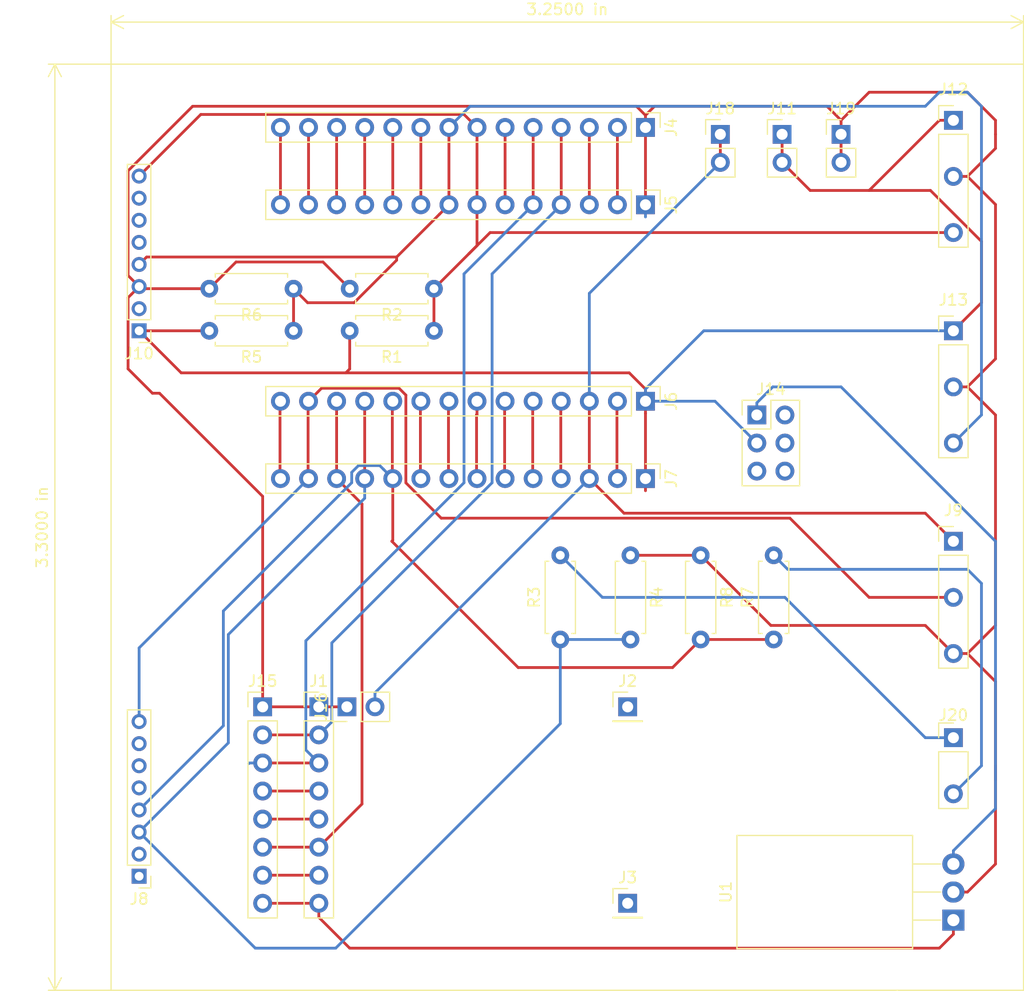
<source format=kicad_pcb>
(kicad_pcb (version 20171130) (host pcbnew "(5.1.4)-1")

  (general
    (thickness 1.6)
    (drawings 7)
    (tracks 226)
    (zones 0)
    (modules 28)
    (nets 36)
  )

  (page A4)
  (layers
    (0 F.Cu signal)
    (31 B.Cu signal)
    (32 B.Adhes user)
    (33 F.Adhes user)
    (34 B.Paste user)
    (35 F.Paste user)
    (36 B.SilkS user)
    (37 F.SilkS user)
    (38 B.Mask user)
    (39 F.Mask user)
    (40 Dwgs.User user)
    (41 Cmts.User user)
    (42 Eco1.User user)
    (43 Eco2.User user)
    (44 Edge.Cuts user)
    (45 Margin user)
    (46 B.CrtYd user)
    (47 F.CrtYd user)
    (48 B.Fab user)
    (49 F.Fab user)
  )

  (setup
    (last_trace_width 0.25)
    (trace_clearance 0.2)
    (zone_clearance 0.508)
    (zone_45_only no)
    (trace_min 0.2)
    (via_size 0.8)
    (via_drill 0.4)
    (via_min_size 0.4)
    (via_min_drill 0.3)
    (uvia_size 0.3)
    (uvia_drill 0.1)
    (uvias_allowed no)
    (uvia_min_size 0.2)
    (uvia_min_drill 0.1)
    (edge_width 0.05)
    (segment_width 0.2)
    (pcb_text_width 0.3)
    (pcb_text_size 1.5 1.5)
    (mod_edge_width 0.12)
    (mod_text_size 1 1)
    (mod_text_width 0.15)
    (pad_size 1.524 1.524)
    (pad_drill 0.762)
    (pad_to_mask_clearance 0.051)
    (solder_mask_min_width 0.25)
    (aux_axis_origin 0 0)
    (visible_elements 7FFFFFFF)
    (pcbplotparams
      (layerselection 0x010fc_ffffffff)
      (usegerberextensions false)
      (usegerberattributes false)
      (usegerberadvancedattributes false)
      (creategerberjobfile false)
      (excludeedgelayer true)
      (linewidth 0.100000)
      (plotframeref false)
      (viasonmask false)
      (mode 1)
      (useauxorigin false)
      (hpglpennumber 1)
      (hpglpenspeed 20)
      (hpglpendiameter 15.000000)
      (psnegative false)
      (psa4output false)
      (plotreference true)
      (plotvalue true)
      (plotinvisibletext false)
      (padsonsilk false)
      (subtractmaskfromsilk false)
      (outputformat 1)
      (mirror false)
      (drillshape 1)
      (scaleselection 1)
      (outputdirectory ""))
  )

  (net 0 "")
  (net 1 "Net-(J1-Pad1)")
  (net 2 "Net-(J1-Pad2)")
  (net 3 "Net-(J1-Pad3)")
  (net 4 "Net-(J1-Pad4)")
  (net 5 "Net-(J1-Pad5)")
  (net 6 "Net-(J10-Pad1)")
  (net 7 "Net-(J4-Pad2)")
  (net 8 "Net-(J4-Pad3)")
  (net 9 "Net-(J4-Pad6)")
  (net 10 "Net-(J4-Pad9)")
  (net 11 "Net-(J4-Pad10)")
  (net 12 "Net-(J4-Pad11)")
  (net 13 "Net-(J4-Pad12)")
  (net 14 "Net-(J4-Pad13)")
  (net 15 "Net-(J4-Pad14)")
  (net 16 "Net-(J6-Pad5)")
  (net 17 "Net-(J6-Pad4)")
  (net 18 "Net-(J6-Pad2)")
  (net 19 "Net-(J6-Pad13)")
  (net 20 "Net-(J1-Pad6)")
  (net 21 "Net-(J1-Pad7)")
  (net 22 "Net-(J1-Pad8)")
  (net 23 "Net-(J6-Pad6)")
  (net 24 "Net-(J6-Pad9)")
  (net 25 "Net-(J6-Pad10)")
  (net 26 "Net-(J6-Pad14)")
  (net 27 "Net-(J14-Pad1)")
  (net 28 "Net-(J10-Pad4)")
  (net 29 "Net-(J10-Pad8)")
  (net 30 "Net-(J16-Pad2)")
  (net 31 "Net-(J6-Pad7)")
  (net 32 "Net-(J6-Pad8)")
  (net 33 "Net-(J6-Pad11)")
  (net 34 "Net-(J20-Pad2)")
  (net 35 "Net-(J20-Pad1)")

  (net_class Default "This is the default net class."
    (clearance 0.2)
    (trace_width 0.25)
    (via_dia 0.8)
    (via_drill 0.4)
    (uvia_dia 0.3)
    (uvia_drill 0.1)
    (add_net "Net-(J1-Pad1)")
    (add_net "Net-(J1-Pad2)")
    (add_net "Net-(J1-Pad3)")
    (add_net "Net-(J1-Pad4)")
    (add_net "Net-(J1-Pad5)")
    (add_net "Net-(J1-Pad6)")
    (add_net "Net-(J1-Pad7)")
    (add_net "Net-(J1-Pad8)")
    (add_net "Net-(J10-Pad1)")
    (add_net "Net-(J10-Pad4)")
    (add_net "Net-(J10-Pad8)")
    (add_net "Net-(J14-Pad1)")
    (add_net "Net-(J16-Pad2)")
    (add_net "Net-(J20-Pad1)")
    (add_net "Net-(J20-Pad2)")
    (add_net "Net-(J4-Pad10)")
    (add_net "Net-(J4-Pad11)")
    (add_net "Net-(J4-Pad12)")
    (add_net "Net-(J4-Pad13)")
    (add_net "Net-(J4-Pad14)")
    (add_net "Net-(J4-Pad2)")
    (add_net "Net-(J4-Pad3)")
    (add_net "Net-(J4-Pad6)")
    (add_net "Net-(J4-Pad9)")
    (add_net "Net-(J6-Pad10)")
    (add_net "Net-(J6-Pad11)")
    (add_net "Net-(J6-Pad13)")
    (add_net "Net-(J6-Pad14)")
    (add_net "Net-(J6-Pad2)")
    (add_net "Net-(J6-Pad4)")
    (add_net "Net-(J6-Pad5)")
    (add_net "Net-(J6-Pad6)")
    (add_net "Net-(J6-Pad7)")
    (add_net "Net-(J6-Pad8)")
    (add_net "Net-(J6-Pad9)")
  )

  (module Connector_PinHeader_2.54mm:PinHeader_1x14_P2.54mm_Vertical (layer F.Cu) (tedit 59FED5CC) (tstamp 5E227CBB)
    (at 135.975999 103.546001 270)
    (descr "Through hole straight pin header, 1x14, 2.54mm pitch, single row")
    (tags "Through hole pin header THT 1x14 2.54mm single row")
    (path /5E28F833)
    (fp_text reference J7 (at 0 -2.33 90) (layer F.SilkS)
      (effects (font (size 1 1) (thickness 0.15)))
    )
    (fp_text value 1x14 (at 0 35.35 90) (layer F.Fab)
      (effects (font (size 1 1) (thickness 0.15)))
    )
    (fp_text user %R (at 0 16.51) (layer F.Fab)
      (effects (font (size 1 1) (thickness 0.15)))
    )
    (fp_line (start 1.8 -1.8) (end -1.8 -1.8) (layer F.CrtYd) (width 0.05))
    (fp_line (start 1.8 34.8) (end 1.8 -1.8) (layer F.CrtYd) (width 0.05))
    (fp_line (start -1.8 34.8) (end 1.8 34.8) (layer F.CrtYd) (width 0.05))
    (fp_line (start -1.8 -1.8) (end -1.8 34.8) (layer F.CrtYd) (width 0.05))
    (fp_line (start -1.33 -1.33) (end 0 -1.33) (layer F.SilkS) (width 0.12))
    (fp_line (start -1.33 0) (end -1.33 -1.33) (layer F.SilkS) (width 0.12))
    (fp_line (start -1.33 1.27) (end 1.33 1.27) (layer F.SilkS) (width 0.12))
    (fp_line (start 1.33 1.27) (end 1.33 34.35) (layer F.SilkS) (width 0.12))
    (fp_line (start -1.33 1.27) (end -1.33 34.35) (layer F.SilkS) (width 0.12))
    (fp_line (start -1.33 34.35) (end 1.33 34.35) (layer F.SilkS) (width 0.12))
    (fp_line (start -1.27 -0.635) (end -0.635 -1.27) (layer F.Fab) (width 0.1))
    (fp_line (start -1.27 34.29) (end -1.27 -0.635) (layer F.Fab) (width 0.1))
    (fp_line (start 1.27 34.29) (end -1.27 34.29) (layer F.Fab) (width 0.1))
    (fp_line (start 1.27 -1.27) (end 1.27 34.29) (layer F.Fab) (width 0.1))
    (fp_line (start -0.635 -1.27) (end 1.27 -1.27) (layer F.Fab) (width 0.1))
    (pad 14 thru_hole oval (at 0 33.02 270) (size 1.7 1.7) (drill 1) (layers *.Cu *.Mask)
      (net 26 "Net-(J6-Pad14)"))
    (pad 13 thru_hole oval (at 0 30.48 270) (size 1.7 1.7) (drill 1) (layers *.Cu *.Mask)
      (net 19 "Net-(J6-Pad13)"))
    (pad 12 thru_hole oval (at 0 27.94 270) (size 1.7 1.7) (drill 1) (layers *.Cu *.Mask)
      (net 20 "Net-(J1-Pad6)"))
    (pad 11 thru_hole oval (at 0 25.4 270) (size 1.7 1.7) (drill 1) (layers *.Cu *.Mask)
      (net 33 "Net-(J6-Pad11)"))
    (pad 10 thru_hole oval (at 0 22.86 270) (size 1.7 1.7) (drill 1) (layers *.Cu *.Mask)
      (net 25 "Net-(J6-Pad10)"))
    (pad 9 thru_hole oval (at 0 20.32 270) (size 1.7 1.7) (drill 1) (layers *.Cu *.Mask)
      (net 24 "Net-(J6-Pad9)"))
    (pad 8 thru_hole oval (at 0 17.78 270) (size 1.7 1.7) (drill 1) (layers *.Cu *.Mask)
      (net 32 "Net-(J6-Pad8)"))
    (pad 7 thru_hole oval (at 0 15.24 270) (size 1.7 1.7) (drill 1) (layers *.Cu *.Mask)
      (net 31 "Net-(J6-Pad7)"))
    (pad 6 thru_hole oval (at 0 12.7 270) (size 1.7 1.7) (drill 1) (layers *.Cu *.Mask)
      (net 23 "Net-(J6-Pad6)"))
    (pad 5 thru_hole oval (at 0 10.16 270) (size 1.7 1.7) (drill 1) (layers *.Cu *.Mask)
      (net 16 "Net-(J6-Pad5)"))
    (pad 4 thru_hole oval (at 0 7.62 270) (size 1.7 1.7) (drill 1) (layers *.Cu *.Mask)
      (net 17 "Net-(J6-Pad4)"))
    (pad 3 thru_hole oval (at 0 5.08 270) (size 1.7 1.7) (drill 1) (layers *.Cu *.Mask)
      (net 30 "Net-(J16-Pad2)"))
    (pad 2 thru_hole oval (at 0 2.54 270) (size 1.7 1.7) (drill 1) (layers *.Cu *.Mask)
      (net 18 "Net-(J6-Pad2)"))
    (pad 1 thru_hole rect (at 0 0 270) (size 1.7 1.7) (drill 1) (layers *.Cu *.Mask)
      (net 6 "Net-(J10-Pad1)"))
    (model ${KISYS3DMOD}/Connector_PinHeader_2.54mm.3dshapes/PinHeader_1x14_P2.54mm_Vertical.wrl
      (at (xyz 0 0 0))
      (scale (xyz 1 1 1))
      (rotate (xyz 0 0 0))
    )
  )

  (module Resistor_THT:R_Axial_DIN0207_L6.3mm_D2.5mm_P7.62mm_Horizontal (layer F.Cu) (tedit 5AE5139B) (tstamp 5E2449E0)
    (at 134.62 110.49 270)
    (descr "Resistor, Axial_DIN0207 series, Axial, Horizontal, pin pitch=7.62mm, 0.25W = 1/4W, length*diameter=6.3*2.5mm^2, http://cdn-reichelt.de/documents/datenblatt/B400/1_4W%23YAG.pdf")
    (tags "Resistor Axial_DIN0207 series Axial Horizontal pin pitch 7.62mm 0.25W = 1/4W length 6.3mm diameter 2.5mm")
    (path /5E2C3CD1)
    (fp_text reference R4 (at 3.81 -2.37 90) (layer F.SilkS)
      (effects (font (size 1 1) (thickness 0.15)))
    )
    (fp_text value 8.2k (at 3.81 2.37 90) (layer F.Fab)
      (effects (font (size 1 1) (thickness 0.15)))
    )
    (fp_text user %R (at 3.81 0 90) (layer F.Fab)
      (effects (font (size 1 1) (thickness 0.15)))
    )
    (fp_line (start 8.67 -1.5) (end -1.05 -1.5) (layer F.CrtYd) (width 0.05))
    (fp_line (start 8.67 1.5) (end 8.67 -1.5) (layer F.CrtYd) (width 0.05))
    (fp_line (start -1.05 1.5) (end 8.67 1.5) (layer F.CrtYd) (width 0.05))
    (fp_line (start -1.05 -1.5) (end -1.05 1.5) (layer F.CrtYd) (width 0.05))
    (fp_line (start 7.08 1.37) (end 7.08 1.04) (layer F.SilkS) (width 0.12))
    (fp_line (start 0.54 1.37) (end 7.08 1.37) (layer F.SilkS) (width 0.12))
    (fp_line (start 0.54 1.04) (end 0.54 1.37) (layer F.SilkS) (width 0.12))
    (fp_line (start 7.08 -1.37) (end 7.08 -1.04) (layer F.SilkS) (width 0.12))
    (fp_line (start 0.54 -1.37) (end 7.08 -1.37) (layer F.SilkS) (width 0.12))
    (fp_line (start 0.54 -1.04) (end 0.54 -1.37) (layer F.SilkS) (width 0.12))
    (fp_line (start 7.62 0) (end 6.96 0) (layer F.Fab) (width 0.1))
    (fp_line (start 0 0) (end 0.66 0) (layer F.Fab) (width 0.1))
    (fp_line (start 6.96 -1.25) (end 0.66 -1.25) (layer F.Fab) (width 0.1))
    (fp_line (start 6.96 1.25) (end 6.96 -1.25) (layer F.Fab) (width 0.1))
    (fp_line (start 0.66 1.25) (end 6.96 1.25) (layer F.Fab) (width 0.1))
    (fp_line (start 0.66 -1.25) (end 0.66 1.25) (layer F.Fab) (width 0.1))
    (pad 2 thru_hole oval (at 7.62 0 270) (size 1.6 1.6) (drill 0.8) (layers *.Cu *.Mask)
      (net 33 "Net-(J6-Pad11)"))
    (pad 1 thru_hole circle (at 0 0 270) (size 1.6 1.6) (drill 0.8) (layers *.Cu *.Mask)
      (net 1 "Net-(J1-Pad1)"))
    (model ${KISYS3DMOD}/Resistor_THT.3dshapes/R_Axial_DIN0207_L6.3mm_D2.5mm_P7.62mm_Horizontal.wrl
      (at (xyz 0 0 0))
      (scale (xyz 1 1 1))
      (rotate (xyz 0 0 0))
    )
  )

  (module Resistor_THT:R_Axial_DIN0207_L6.3mm_D2.5mm_P7.62mm_Horizontal (layer F.Cu) (tedit 5AE5139B) (tstamp 5E248DED)
    (at 128.27 118.11 90)
    (descr "Resistor, Axial_DIN0207 series, Axial, Horizontal, pin pitch=7.62mm, 0.25W = 1/4W, length*diameter=6.3*2.5mm^2, http://cdn-reichelt.de/documents/datenblatt/B400/1_4W%23YAG.pdf")
    (tags "Resistor Axial_DIN0207 series Axial Horizontal pin pitch 7.62mm 0.25W = 1/4W length 6.3mm diameter 2.5mm")
    (path /5E2C3CD7)
    (fp_text reference R3 (at 3.81 -2.37 90) (layer F.SilkS)
      (effects (font (size 1 1) (thickness 0.15)))
    )
    (fp_text value 4.7k (at 3.81 2.37 90) (layer F.Fab)
      (effects (font (size 1 1) (thickness 0.15)))
    )
    (fp_line (start 0.66 -1.25) (end 0.66 1.25) (layer F.Fab) (width 0.1))
    (fp_line (start 0.66 1.25) (end 6.96 1.25) (layer F.Fab) (width 0.1))
    (fp_line (start 6.96 1.25) (end 6.96 -1.25) (layer F.Fab) (width 0.1))
    (fp_line (start 6.96 -1.25) (end 0.66 -1.25) (layer F.Fab) (width 0.1))
    (fp_line (start 0 0) (end 0.66 0) (layer F.Fab) (width 0.1))
    (fp_line (start 7.62 0) (end 6.96 0) (layer F.Fab) (width 0.1))
    (fp_line (start 0.54 -1.04) (end 0.54 -1.37) (layer F.SilkS) (width 0.12))
    (fp_line (start 0.54 -1.37) (end 7.08 -1.37) (layer F.SilkS) (width 0.12))
    (fp_line (start 7.08 -1.37) (end 7.08 -1.04) (layer F.SilkS) (width 0.12))
    (fp_line (start 0.54 1.04) (end 0.54 1.37) (layer F.SilkS) (width 0.12))
    (fp_line (start 0.54 1.37) (end 7.08 1.37) (layer F.SilkS) (width 0.12))
    (fp_line (start 7.08 1.37) (end 7.08 1.04) (layer F.SilkS) (width 0.12))
    (fp_line (start -1.05 -1.5) (end -1.05 1.5) (layer F.CrtYd) (width 0.05))
    (fp_line (start -1.05 1.5) (end 8.67 1.5) (layer F.CrtYd) (width 0.05))
    (fp_line (start 8.67 1.5) (end 8.67 -1.5) (layer F.CrtYd) (width 0.05))
    (fp_line (start 8.67 -1.5) (end -1.05 -1.5) (layer F.CrtYd) (width 0.05))
    (fp_text user %R (at 3.81 0 90) (layer F.Fab)
      (effects (font (size 1 1) (thickness 0.15)))
    )
    (pad 1 thru_hole circle (at 0 0 90) (size 1.6 1.6) (drill 0.8) (layers *.Cu *.Mask)
      (net 33 "Net-(J6-Pad11)"))
    (pad 2 thru_hole oval (at 7.62 0 90) (size 1.6 1.6) (drill 0.8) (layers *.Cu *.Mask)
      (net 35 "Net-(J20-Pad1)"))
    (model ${KISYS3DMOD}/Resistor_THT.3dshapes/R_Axial_DIN0207_L6.3mm_D2.5mm_P7.62mm_Horizontal.wrl
      (at (xyz 0 0 0))
      (scale (xyz 1 1 1))
      (rotate (xyz 0 0 0))
    )
  )

  (module Resistor_THT:R_Axial_DIN0207_L6.3mm_D2.5mm_P7.62mm_Horizontal (layer F.Cu) (tedit 5AE5139B) (tstamp 5E241EB4)
    (at 140.97 110.49 270)
    (descr "Resistor, Axial_DIN0207 series, Axial, Horizontal, pin pitch=7.62mm, 0.25W = 1/4W, length*diameter=6.3*2.5mm^2, http://cdn-reichelt.de/documents/datenblatt/B400/1_4W%23YAG.pdf")
    (tags "Resistor Axial_DIN0207 series Axial Horizontal pin pitch 7.62mm 0.25W = 1/4W length 6.3mm diameter 2.5mm")
    (path /5E2F5507)
    (fp_text reference R8 (at 3.81 -2.37 90) (layer F.SilkS)
      (effects (font (size 1 1) (thickness 0.15)))
    )
    (fp_text value 8.2k (at 3.81 2.37 90) (layer F.Fab)
      (effects (font (size 1 1) (thickness 0.15)))
    )
    (fp_line (start 0.66 -1.25) (end 0.66 1.25) (layer F.Fab) (width 0.1))
    (fp_line (start 0.66 1.25) (end 6.96 1.25) (layer F.Fab) (width 0.1))
    (fp_line (start 6.96 1.25) (end 6.96 -1.25) (layer F.Fab) (width 0.1))
    (fp_line (start 6.96 -1.25) (end 0.66 -1.25) (layer F.Fab) (width 0.1))
    (fp_line (start 0 0) (end 0.66 0) (layer F.Fab) (width 0.1))
    (fp_line (start 7.62 0) (end 6.96 0) (layer F.Fab) (width 0.1))
    (fp_line (start 0.54 -1.04) (end 0.54 -1.37) (layer F.SilkS) (width 0.12))
    (fp_line (start 0.54 -1.37) (end 7.08 -1.37) (layer F.SilkS) (width 0.12))
    (fp_line (start 7.08 -1.37) (end 7.08 -1.04) (layer F.SilkS) (width 0.12))
    (fp_line (start 0.54 1.04) (end 0.54 1.37) (layer F.SilkS) (width 0.12))
    (fp_line (start 0.54 1.37) (end 7.08 1.37) (layer F.SilkS) (width 0.12))
    (fp_line (start 7.08 1.37) (end 7.08 1.04) (layer F.SilkS) (width 0.12))
    (fp_line (start -1.05 -1.5) (end -1.05 1.5) (layer F.CrtYd) (width 0.05))
    (fp_line (start -1.05 1.5) (end 8.67 1.5) (layer F.CrtYd) (width 0.05))
    (fp_line (start 8.67 1.5) (end 8.67 -1.5) (layer F.CrtYd) (width 0.05))
    (fp_line (start 8.67 -1.5) (end -1.05 -1.5) (layer F.CrtYd) (width 0.05))
    (fp_text user %R (at 3.81 0.508 90) (layer F.Fab)
      (effects (font (size 1 1) (thickness 0.15)))
    )
    (pad 1 thru_hole circle (at 0 0 270) (size 1.6 1.6) (drill 0.8) (layers *.Cu *.Mask)
      (net 1 "Net-(J1-Pad1)"))
    (pad 2 thru_hole oval (at 7.62 0 270) (size 1.6 1.6) (drill 0.8) (layers *.Cu *.Mask)
      (net 25 "Net-(J6-Pad10)"))
    (model ${KISYS3DMOD}/Resistor_THT.3dshapes/R_Axial_DIN0207_L6.3mm_D2.5mm_P7.62mm_Horizontal.wrl
      (at (xyz 0 0 0))
      (scale (xyz 1 1 1))
      (rotate (xyz 0 0 0))
    )
  )

  (module Resistor_THT:R_Axial_DIN0207_L6.3mm_D2.5mm_P7.62mm_Horizontal (layer F.Cu) (tedit 5AE5139B) (tstamp 5E2453AF)
    (at 147.574 118.11 90)
    (descr "Resistor, Axial_DIN0207 series, Axial, Horizontal, pin pitch=7.62mm, 0.25W = 1/4W, length*diameter=6.3*2.5mm^2, http://cdn-reichelt.de/documents/datenblatt/B400/1_4W%23YAG.pdf")
    (tags "Resistor Axial_DIN0207 series Axial Horizontal pin pitch 7.62mm 0.25W = 1/4W length 6.3mm diameter 2.5mm")
    (path /5E2F550D)
    (fp_text reference R7 (at 3.81 -2.37 90) (layer F.SilkS)
      (effects (font (size 1 1) (thickness 0.15)))
    )
    (fp_text value 4.7k (at 3.81 2.37 90) (layer F.Fab)
      (effects (font (size 1 1) (thickness 0.15)))
    )
    (fp_text user %R (at 3.81 0 90) (layer F.Fab)
      (effects (font (size 1 1) (thickness 0.15)))
    )
    (fp_line (start 8.67 -1.5) (end -1.05 -1.5) (layer F.CrtYd) (width 0.05))
    (fp_line (start 8.67 1.5) (end 8.67 -1.5) (layer F.CrtYd) (width 0.05))
    (fp_line (start -1.05 1.5) (end 8.67 1.5) (layer F.CrtYd) (width 0.05))
    (fp_line (start -1.05 -1.5) (end -1.05 1.5) (layer F.CrtYd) (width 0.05))
    (fp_line (start 7.08 1.37) (end 7.08 1.04) (layer F.SilkS) (width 0.12))
    (fp_line (start 0.54 1.37) (end 7.08 1.37) (layer F.SilkS) (width 0.12))
    (fp_line (start 0.54 1.04) (end 0.54 1.37) (layer F.SilkS) (width 0.12))
    (fp_line (start 7.08 -1.37) (end 7.08 -1.04) (layer F.SilkS) (width 0.12))
    (fp_line (start 0.54 -1.37) (end 7.08 -1.37) (layer F.SilkS) (width 0.12))
    (fp_line (start 0.54 -1.04) (end 0.54 -1.37) (layer F.SilkS) (width 0.12))
    (fp_line (start 7.62 0) (end 6.96 0) (layer F.Fab) (width 0.1))
    (fp_line (start 0 0) (end 0.66 0) (layer F.Fab) (width 0.1))
    (fp_line (start 6.96 -1.25) (end 0.66 -1.25) (layer F.Fab) (width 0.1))
    (fp_line (start 6.96 1.25) (end 6.96 -1.25) (layer F.Fab) (width 0.1))
    (fp_line (start 0.66 1.25) (end 6.96 1.25) (layer F.Fab) (width 0.1))
    (fp_line (start 0.66 -1.25) (end 0.66 1.25) (layer F.Fab) (width 0.1))
    (pad 2 thru_hole oval (at 7.62 0 90) (size 1.6 1.6) (drill 0.8) (layers *.Cu *.Mask)
      (net 34 "Net-(J20-Pad2)"))
    (pad 1 thru_hole circle (at 0 0 90) (size 1.6 1.6) (drill 0.8) (layers *.Cu *.Mask)
      (net 25 "Net-(J6-Pad10)"))
    (model ${KISYS3DMOD}/Resistor_THT.3dshapes/R_Axial_DIN0207_L6.3mm_D2.5mm_P7.62mm_Horizontal.wrl
      (at (xyz 0 0 0))
      (scale (xyz 1 1 1))
      (rotate (xyz 0 0 0))
    )
  )

  (module Connector_PinHeader_2.54mm:PinHeader_1x08_P2.54mm_Vertical (layer F.Cu) (tedit 59FED5CC) (tstamp 5E249A89)
    (at 106.426 124.206)
    (descr "Through hole straight pin header, 1x08, 2.54mm pitch, single row")
    (tags "Through hole pin header THT 1x08 2.54mm single row")
    (path /5DCE18DD)
    (fp_text reference J1 (at 0 -2.33) (layer F.SilkS)
      (effects (font (size 1 1) (thickness 0.15)))
    )
    (fp_text value "Motor Driver" (at 0 20.11) (layer F.Fab)
      (effects (font (size 1 1) (thickness 0.15)))
    )
    (fp_text user %R (at 0 8.89 90) (layer F.Fab)
      (effects (font (size 1 1) (thickness 0.15)))
    )
    (fp_line (start 1.8 -1.8) (end -1.8 -1.8) (layer F.CrtYd) (width 0.05))
    (fp_line (start 1.8 19.55) (end 1.8 -1.8) (layer F.CrtYd) (width 0.05))
    (fp_line (start -1.8 19.55) (end 1.8 19.55) (layer F.CrtYd) (width 0.05))
    (fp_line (start -1.8 -1.8) (end -1.8 19.55) (layer F.CrtYd) (width 0.05))
    (fp_line (start -1.33 -1.33) (end 0 -1.33) (layer F.SilkS) (width 0.12))
    (fp_line (start -1.33 0) (end -1.33 -1.33) (layer F.SilkS) (width 0.12))
    (fp_line (start -1.33 1.27) (end 1.33 1.27) (layer F.SilkS) (width 0.12))
    (fp_line (start 1.33 1.27) (end 1.33 19.11) (layer F.SilkS) (width 0.12))
    (fp_line (start -1.33 1.27) (end -1.33 19.11) (layer F.SilkS) (width 0.12))
    (fp_line (start -1.33 19.11) (end 1.33 19.11) (layer F.SilkS) (width 0.12))
    (fp_line (start -1.27 -0.635) (end -0.635 -1.27) (layer F.Fab) (width 0.1))
    (fp_line (start -1.27 19.05) (end -1.27 -0.635) (layer F.Fab) (width 0.1))
    (fp_line (start 1.27 19.05) (end -1.27 19.05) (layer F.Fab) (width 0.1))
    (fp_line (start 1.27 -1.27) (end 1.27 19.05) (layer F.Fab) (width 0.1))
    (fp_line (start -0.635 -1.27) (end 1.27 -1.27) (layer F.Fab) (width 0.1))
    (pad 8 thru_hole oval (at 0 17.78) (size 1.7 1.7) (drill 1) (layers *.Cu *.Mask)
      (net 22 "Net-(J1-Pad8)"))
    (pad 7 thru_hole oval (at 0 15.24) (size 1.7 1.7) (drill 1) (layers *.Cu *.Mask)
      (net 21 "Net-(J1-Pad7)"))
    (pad 6 thru_hole oval (at 0 12.7) (size 1.7 1.7) (drill 1) (layers *.Cu *.Mask)
      (net 20 "Net-(J1-Pad6)"))
    (pad 5 thru_hole oval (at 0 10.16) (size 1.7 1.7) (drill 1) (layers *.Cu *.Mask)
      (net 5 "Net-(J1-Pad5)"))
    (pad 4 thru_hole oval (at 0 7.62) (size 1.7 1.7) (drill 1) (layers *.Cu *.Mask)
      (net 4 "Net-(J1-Pad4)"))
    (pad 3 thru_hole oval (at 0 5.08) (size 1.7 1.7) (drill 1) (layers *.Cu *.Mask)
      (net 3 "Net-(J1-Pad3)"))
    (pad 2 thru_hole oval (at 0 2.54) (size 1.7 1.7) (drill 1) (layers *.Cu *.Mask)
      (net 2 "Net-(J1-Pad2)"))
    (pad 1 thru_hole rect (at 0 0) (size 1.7 1.7) (drill 1) (layers *.Cu *.Mask)
      (net 1 "Net-(J1-Pad1)"))
    (model ${KISYS3DMOD}/Connector_PinHeader_2.54mm.3dshapes/PinHeader_1x08_P2.54mm_Vertical.wrl
      (at (xyz 0 0 0))
      (scale (xyz 1 1 1))
      (rotate (xyz 0 0 0))
    )
  )

  (module Connector_PinHeader_2.54mm:PinHeader_1x01_P2.54mm_Vertical (layer F.Cu) (tedit 59FED5CC) (tstamp 5E249A0A)
    (at 134.366 124.206)
    (descr "Through hole straight pin header, 1x01, 2.54mm pitch, single row")
    (tags "Through hole pin header THT 1x01 2.54mm single row")
    (path /5DCE29A1)
    (fp_text reference J2 (at 0 -2.33) (layer F.SilkS)
      (effects (font (size 1 1) (thickness 0.15)))
    )
    (fp_text value Conn_01x01 (at 0 2.33) (layer F.Fab)
      (effects (font (size 1 1) (thickness 0.15)))
    )
    (fp_text user %R (at 0 0 90) (layer F.Fab)
      (effects (font (size 1 1) (thickness 0.15)))
    )
    (fp_line (start 1.8 -1.8) (end -1.8 -1.8) (layer F.CrtYd) (width 0.05))
    (fp_line (start 1.8 1.8) (end 1.8 -1.8) (layer F.CrtYd) (width 0.05))
    (fp_line (start -1.8 1.8) (end 1.8 1.8) (layer F.CrtYd) (width 0.05))
    (fp_line (start -1.8 -1.8) (end -1.8 1.8) (layer F.CrtYd) (width 0.05))
    (fp_line (start -1.33 -1.33) (end 0 -1.33) (layer F.SilkS) (width 0.12))
    (fp_line (start -1.33 0) (end -1.33 -1.33) (layer F.SilkS) (width 0.12))
    (fp_line (start -1.33 1.27) (end 1.33 1.27) (layer F.SilkS) (width 0.12))
    (fp_line (start 1.33 1.27) (end 1.33 1.33) (layer F.SilkS) (width 0.12))
    (fp_line (start -1.33 1.27) (end -1.33 1.33) (layer F.SilkS) (width 0.12))
    (fp_line (start -1.33 1.33) (end 1.33 1.33) (layer F.SilkS) (width 0.12))
    (fp_line (start -1.27 -0.635) (end -0.635 -1.27) (layer F.Fab) (width 0.1))
    (fp_line (start -1.27 1.27) (end -1.27 -0.635) (layer F.Fab) (width 0.1))
    (fp_line (start 1.27 1.27) (end -1.27 1.27) (layer F.Fab) (width 0.1))
    (fp_line (start 1.27 -1.27) (end 1.27 1.27) (layer F.Fab) (width 0.1))
    (fp_line (start -0.635 -1.27) (end 1.27 -1.27) (layer F.Fab) (width 0.1))
    (pad 1 thru_hole rect (at 0 0) (size 1.7 1.7) (drill 1) (layers *.Cu *.Mask))
    (model ${KISYS3DMOD}/Connector_PinHeader_2.54mm.3dshapes/PinHeader_1x01_P2.54mm_Vertical.wrl
      (at (xyz 0 0 0))
      (scale (xyz 1 1 1))
      (rotate (xyz 0 0 0))
    )
  )

  (module Connector_PinHeader_2.54mm:PinHeader_1x01_P2.54mm_Vertical (layer F.Cu) (tedit 59FED5CC) (tstamp 5E249A46)
    (at 134.366 141.986)
    (descr "Through hole straight pin header, 1x01, 2.54mm pitch, single row")
    (tags "Through hole pin header THT 1x01 2.54mm single row")
    (path /5DCE4593)
    (fp_text reference J3 (at 0 -2.33) (layer F.SilkS)
      (effects (font (size 1 1) (thickness 0.15)))
    )
    (fp_text value Conn_01x01 (at 0 2.33) (layer F.Fab)
      (effects (font (size 1 1) (thickness 0.15)))
    )
    (fp_line (start -0.635 -1.27) (end 1.27 -1.27) (layer F.Fab) (width 0.1))
    (fp_line (start 1.27 -1.27) (end 1.27 1.27) (layer F.Fab) (width 0.1))
    (fp_line (start 1.27 1.27) (end -1.27 1.27) (layer F.Fab) (width 0.1))
    (fp_line (start -1.27 1.27) (end -1.27 -0.635) (layer F.Fab) (width 0.1))
    (fp_line (start -1.27 -0.635) (end -0.635 -1.27) (layer F.Fab) (width 0.1))
    (fp_line (start -1.33 1.33) (end 1.33 1.33) (layer F.SilkS) (width 0.12))
    (fp_line (start -1.33 1.27) (end -1.33 1.33) (layer F.SilkS) (width 0.12))
    (fp_line (start 1.33 1.27) (end 1.33 1.33) (layer F.SilkS) (width 0.12))
    (fp_line (start -1.33 1.27) (end 1.33 1.27) (layer F.SilkS) (width 0.12))
    (fp_line (start -1.33 0) (end -1.33 -1.33) (layer F.SilkS) (width 0.12))
    (fp_line (start -1.33 -1.33) (end 0 -1.33) (layer F.SilkS) (width 0.12))
    (fp_line (start -1.8 -1.8) (end -1.8 1.8) (layer F.CrtYd) (width 0.05))
    (fp_line (start -1.8 1.8) (end 1.8 1.8) (layer F.CrtYd) (width 0.05))
    (fp_line (start 1.8 1.8) (end 1.8 -1.8) (layer F.CrtYd) (width 0.05))
    (fp_line (start 1.8 -1.8) (end -1.8 -1.8) (layer F.CrtYd) (width 0.05))
    (fp_text user %R (at 0 0 90) (layer F.Fab)
      (effects (font (size 1 1) (thickness 0.15)))
    )
    (pad 1 thru_hole rect (at 0 0) (size 1.7 1.7) (drill 1) (layers *.Cu *.Mask))
    (model ${KISYS3DMOD}/Connector_PinHeader_2.54mm.3dshapes/PinHeader_1x01_P2.54mm_Vertical.wrl
      (at (xyz 0 0 0))
      (scale (xyz 1 1 1))
      (rotate (xyz 0 0 0))
    )
  )

  (module Connector_PinHeader_2.54mm:PinHeader_1x08_P2.54mm_Vertical (layer F.Cu) (tedit 59FED5CC) (tstamp 5E2499C0)
    (at 101.346 124.206)
    (descr "Through hole straight pin header, 1x08, 2.54mm pitch, single row")
    (tags "Through hole pin header THT 1x08 2.54mm single row")
    (path /5DDF828E)
    (fp_text reference J15 (at 0 -2.33) (layer F.SilkS)
      (effects (font (size 1 1) (thickness 0.15)))
    )
    (fp_text value Conn_01x08 (at 0 20.11) (layer F.Fab)
      (effects (font (size 1 1) (thickness 0.15)))
    )
    (fp_line (start -0.635 -1.27) (end 1.27 -1.27) (layer F.Fab) (width 0.1))
    (fp_line (start 1.27 -1.27) (end 1.27 19.05) (layer F.Fab) (width 0.1))
    (fp_line (start 1.27 19.05) (end -1.27 19.05) (layer F.Fab) (width 0.1))
    (fp_line (start -1.27 19.05) (end -1.27 -0.635) (layer F.Fab) (width 0.1))
    (fp_line (start -1.27 -0.635) (end -0.635 -1.27) (layer F.Fab) (width 0.1))
    (fp_line (start -1.33 19.11) (end 1.33 19.11) (layer F.SilkS) (width 0.12))
    (fp_line (start -1.33 1.27) (end -1.33 19.11) (layer F.SilkS) (width 0.12))
    (fp_line (start 1.33 1.27) (end 1.33 19.11) (layer F.SilkS) (width 0.12))
    (fp_line (start -1.33 1.27) (end 1.33 1.27) (layer F.SilkS) (width 0.12))
    (fp_line (start -1.33 0) (end -1.33 -1.33) (layer F.SilkS) (width 0.12))
    (fp_line (start -1.33 -1.33) (end 0 -1.33) (layer F.SilkS) (width 0.12))
    (fp_line (start -1.8 -1.8) (end -1.8 19.55) (layer F.CrtYd) (width 0.05))
    (fp_line (start -1.8 19.55) (end 1.8 19.55) (layer F.CrtYd) (width 0.05))
    (fp_line (start 1.8 19.55) (end 1.8 -1.8) (layer F.CrtYd) (width 0.05))
    (fp_line (start 1.8 -1.8) (end -1.8 -1.8) (layer F.CrtYd) (width 0.05))
    (fp_text user %R (at 0 8.89 90) (layer F.Fab)
      (effects (font (size 1 1) (thickness 0.15)))
    )
    (pad 1 thru_hole rect (at 0 0) (size 1.7 1.7) (drill 1) (layers *.Cu *.Mask)
      (net 1 "Net-(J1-Pad1)"))
    (pad 2 thru_hole oval (at 0 2.54) (size 1.7 1.7) (drill 1) (layers *.Cu *.Mask)
      (net 2 "Net-(J1-Pad2)"))
    (pad 3 thru_hole oval (at 0 5.08) (size 1.7 1.7) (drill 1) (layers *.Cu *.Mask)
      (net 3 "Net-(J1-Pad3)"))
    (pad 4 thru_hole oval (at 0 7.62) (size 1.7 1.7) (drill 1) (layers *.Cu *.Mask)
      (net 4 "Net-(J1-Pad4)"))
    (pad 5 thru_hole oval (at 0 10.16) (size 1.7 1.7) (drill 1) (layers *.Cu *.Mask)
      (net 5 "Net-(J1-Pad5)"))
    (pad 6 thru_hole oval (at 0 12.7) (size 1.7 1.7) (drill 1) (layers *.Cu *.Mask)
      (net 20 "Net-(J1-Pad6)"))
    (pad 7 thru_hole oval (at 0 15.24) (size 1.7 1.7) (drill 1) (layers *.Cu *.Mask)
      (net 21 "Net-(J1-Pad7)"))
    (pad 8 thru_hole oval (at 0 17.78) (size 1.7 1.7) (drill 1) (layers *.Cu *.Mask)
      (net 22 "Net-(J1-Pad8)"))
    (model ${KISYS3DMOD}/Connector_PinHeader_2.54mm.3dshapes/PinHeader_1x08_P2.54mm_Vertical.wrl
      (at (xyz 0 0 0))
      (scale (xyz 1 1 1))
      (rotate (xyz 0 0 0))
    )
  )

  (module Connector_PinHeader_2.54mm:PinHeader_1x02_P2.54mm_Vertical (layer F.Cu) (tedit 59FED5CC) (tstamp 5E24997B)
    (at 108.966 124.206 90)
    (descr "Through hole straight pin header, 1x02, 2.54mm pitch, single row")
    (tags "Through hole pin header THT 1x02 2.54mm single row")
    (path /5DE62186)
    (fp_text reference J16 (at 0 -2.33 90) (layer F.SilkS)
      (effects (font (size 1 1) (thickness 0.15)))
    )
    (fp_text value MotorDriver2 (at 0 4.87 90) (layer F.Fab)
      (effects (font (size 1 1) (thickness 0.15)))
    )
    (fp_text user %R (at 0 1.27) (layer F.Fab)
      (effects (font (size 1 1) (thickness 0.15)))
    )
    (fp_line (start 1.8 -1.8) (end -1.8 -1.8) (layer F.CrtYd) (width 0.05))
    (fp_line (start 1.8 4.35) (end 1.8 -1.8) (layer F.CrtYd) (width 0.05))
    (fp_line (start -1.8 4.35) (end 1.8 4.35) (layer F.CrtYd) (width 0.05))
    (fp_line (start -1.8 -1.8) (end -1.8 4.35) (layer F.CrtYd) (width 0.05))
    (fp_line (start -1.33 -1.33) (end 0 -1.33) (layer F.SilkS) (width 0.12))
    (fp_line (start -1.33 0) (end -1.33 -1.33) (layer F.SilkS) (width 0.12))
    (fp_line (start -1.33 1.27) (end 1.33 1.27) (layer F.SilkS) (width 0.12))
    (fp_line (start 1.33 1.27) (end 1.33 3.87) (layer F.SilkS) (width 0.12))
    (fp_line (start -1.33 1.27) (end -1.33 3.87) (layer F.SilkS) (width 0.12))
    (fp_line (start -1.33 3.87) (end 1.33 3.87) (layer F.SilkS) (width 0.12))
    (fp_line (start -1.27 -0.635) (end -0.635 -1.27) (layer F.Fab) (width 0.1))
    (fp_line (start -1.27 3.81) (end -1.27 -0.635) (layer F.Fab) (width 0.1))
    (fp_line (start 1.27 3.81) (end -1.27 3.81) (layer F.Fab) (width 0.1))
    (fp_line (start 1.27 -1.27) (end 1.27 3.81) (layer F.Fab) (width 0.1))
    (fp_line (start -0.635 -1.27) (end 1.27 -1.27) (layer F.Fab) (width 0.1))
    (pad 2 thru_hole oval (at 0 2.54 90) (size 1.7 1.7) (drill 1) (layers *.Cu *.Mask)
      (net 30 "Net-(J16-Pad2)"))
    (pad 1 thru_hole rect (at 0 0 90) (size 1.7 1.7) (drill 1) (layers *.Cu *.Mask)
      (net 1 "Net-(J1-Pad1)"))
    (model ${KISYS3DMOD}/Connector_PinHeader_2.54mm.3dshapes/PinHeader_1x02_P2.54mm_Vertical.wrl
      (at (xyz 0 0 0))
      (scale (xyz 1 1 1))
      (rotate (xyz 0 0 0))
    )
  )

  (module Package_TO_SOT_THT:TO-220-3_Horizontal_TabDown (layer F.Cu) (tedit 5AC8BA0D) (tstamp 5E249769)
    (at 163.83 143.51 90)
    (descr "TO-220-3, Horizontal, RM 2.54mm, see https://www.vishay.com/docs/66542/to-220-1.pdf")
    (tags "TO-220-3 Horizontal RM 2.54mm")
    (path /5DE3C705)
    (fp_text reference U1 (at 2.54 -20.58 90) (layer F.SilkS)
      (effects (font (size 1 1) (thickness 0.15)))
    )
    (fp_text value L7805 (at 2.54 2 90) (layer F.Fab)
      (effects (font (size 1 1) (thickness 0.15)))
    )
    (fp_text user %R (at 2.54 -20.58 90) (layer F.Fab)
      (effects (font (size 1 1) (thickness 0.15)))
    )
    (fp_line (start 7.79 -19.71) (end -2.71 -19.71) (layer F.CrtYd) (width 0.05))
    (fp_line (start 7.79 1.25) (end 7.79 -19.71) (layer F.CrtYd) (width 0.05))
    (fp_line (start -2.71 1.25) (end 7.79 1.25) (layer F.CrtYd) (width 0.05))
    (fp_line (start -2.71 -19.71) (end -2.71 1.25) (layer F.CrtYd) (width 0.05))
    (fp_line (start 5.08 -3.69) (end 5.08 -1.15) (layer F.SilkS) (width 0.12))
    (fp_line (start 2.54 -3.69) (end 2.54 -1.15) (layer F.SilkS) (width 0.12))
    (fp_line (start 0 -3.69) (end 0 -1.15) (layer F.SilkS) (width 0.12))
    (fp_line (start 7.66 -19.58) (end 7.66 -3.69) (layer F.SilkS) (width 0.12))
    (fp_line (start -2.58 -19.58) (end -2.58 -3.69) (layer F.SilkS) (width 0.12))
    (fp_line (start -2.58 -19.58) (end 7.66 -19.58) (layer F.SilkS) (width 0.12))
    (fp_line (start -2.58 -3.69) (end 7.66 -3.69) (layer F.SilkS) (width 0.12))
    (fp_line (start 5.08 -3.81) (end 5.08 0) (layer F.Fab) (width 0.1))
    (fp_line (start 2.54 -3.81) (end 2.54 0) (layer F.Fab) (width 0.1))
    (fp_line (start 0 -3.81) (end 0 0) (layer F.Fab) (width 0.1))
    (fp_line (start 7.54 -3.81) (end -2.46 -3.81) (layer F.Fab) (width 0.1))
    (fp_line (start 7.54 -13.06) (end 7.54 -3.81) (layer F.Fab) (width 0.1))
    (fp_line (start -2.46 -13.06) (end 7.54 -13.06) (layer F.Fab) (width 0.1))
    (fp_line (start -2.46 -3.81) (end -2.46 -13.06) (layer F.Fab) (width 0.1))
    (fp_line (start 7.54 -13.06) (end -2.46 -13.06) (layer F.Fab) (width 0.1))
    (fp_line (start 7.54 -19.46) (end 7.54 -13.06) (layer F.Fab) (width 0.1))
    (fp_line (start -2.46 -19.46) (end 7.54 -19.46) (layer F.Fab) (width 0.1))
    (fp_line (start -2.46 -13.06) (end -2.46 -19.46) (layer F.Fab) (width 0.1))
    (fp_circle (center 2.54 -16.66) (end 4.39 -16.66) (layer F.Fab) (width 0.1))
    (pad 3 thru_hole oval (at 5.08 0 90) (size 1.905 2) (drill 1.1) (layers *.Cu *.Mask)
      (net 27 "Net-(J14-Pad1)"))
    (pad 2 thru_hole oval (at 2.54 0 90) (size 1.905 2) (drill 1.1) (layers *.Cu *.Mask)
      (net 1 "Net-(J1-Pad1)"))
    (pad 1 thru_hole rect (at 0 0 90) (size 1.905 2) (drill 1.1) (layers *.Cu *.Mask)
      (net 22 "Net-(J1-Pad8)"))
    (pad "" np_thru_hole oval (at 2.54 -16.66 90) (size 3.5 3.5) (drill 3.5) (layers *.Cu *.Mask))
    (model ${KISYS3DMOD}/Package_TO_SOT_THT.3dshapes/TO-220-3_Horizontal_TabDown.wrl
      (at (xyz 0 0 0))
      (scale (xyz 1 1 1))
      (rotate (xyz 0 0 0))
    )
  )

  (module Connector_PinHeader_2.54mm:PinHeader_1x14_P2.54mm_Vertical (layer F.Cu) (tedit 59FED5CC) (tstamp 5E23E6BC)
    (at 135.975999 71.766001 270)
    (descr "Through hole straight pin header, 1x14, 2.54mm pitch, single row")
    (tags "Through hole pin header THT 1x14 2.54mm single row")
    (path /5E25429E)
    (fp_text reference J4 (at 0 -2.33 90) (layer F.SilkS)
      (effects (font (size 1 1) (thickness 0.15)))
    )
    (fp_text value 1x14 (at 0 35.35 90) (layer F.Fab)
      (effects (font (size 1 1) (thickness 0.15)))
    )
    (fp_line (start -0.635 -1.27) (end 1.27 -1.27) (layer F.Fab) (width 0.1))
    (fp_line (start 1.27 -1.27) (end 1.27 34.29) (layer F.Fab) (width 0.1))
    (fp_line (start 1.27 34.29) (end -1.27 34.29) (layer F.Fab) (width 0.1))
    (fp_line (start -1.27 34.29) (end -1.27 -0.635) (layer F.Fab) (width 0.1))
    (fp_line (start -1.27 -0.635) (end -0.635 -1.27) (layer F.Fab) (width 0.1))
    (fp_line (start -1.33 34.35) (end 1.33 34.35) (layer F.SilkS) (width 0.12))
    (fp_line (start -1.33 1.27) (end -1.33 34.35) (layer F.SilkS) (width 0.12))
    (fp_line (start 1.33 1.27) (end 1.33 34.35) (layer F.SilkS) (width 0.12))
    (fp_line (start -1.33 1.27) (end 1.33 1.27) (layer F.SilkS) (width 0.12))
    (fp_line (start -1.33 0) (end -1.33 -1.33) (layer F.SilkS) (width 0.12))
    (fp_line (start -1.33 -1.33) (end 0 -1.33) (layer F.SilkS) (width 0.12))
    (fp_line (start -1.8 -1.8) (end -1.8 34.8) (layer F.CrtYd) (width 0.05))
    (fp_line (start -1.8 34.8) (end 1.8 34.8) (layer F.CrtYd) (width 0.05))
    (fp_line (start 1.8 34.8) (end 1.8 -1.8) (layer F.CrtYd) (width 0.05))
    (fp_line (start 1.8 -1.8) (end -1.8 -1.8) (layer F.CrtYd) (width 0.05))
    (fp_text user %R (at 0 16.51) (layer F.Fab)
      (effects (font (size 1 1) (thickness 0.15)))
    )
    (pad 1 thru_hole rect (at 0 0 270) (size 1.7 1.7) (drill 1) (layers *.Cu *.Mask)
      (net 1 "Net-(J1-Pad1)"))
    (pad 2 thru_hole oval (at 0 2.54 270) (size 1.7 1.7) (drill 1) (layers *.Cu *.Mask)
      (net 7 "Net-(J4-Pad2)"))
    (pad 3 thru_hole oval (at 0 5.08 270) (size 1.7 1.7) (drill 1) (layers *.Cu *.Mask)
      (net 8 "Net-(J4-Pad3)"))
    (pad 4 thru_hole oval (at 0 7.62 270) (size 1.7 1.7) (drill 1) (layers *.Cu *.Mask)
      (net 2 "Net-(J1-Pad2)"))
    (pad 5 thru_hole oval (at 0 10.16 270) (size 1.7 1.7) (drill 1) (layers *.Cu *.Mask)
      (net 3 "Net-(J1-Pad3)"))
    (pad 6 thru_hole oval (at 0 12.7 270) (size 1.7 1.7) (drill 1) (layers *.Cu *.Mask)
      (net 9 "Net-(J4-Pad6)"))
    (pad 7 thru_hole oval (at 0 15.24 270) (size 1.7 1.7) (drill 1) (layers *.Cu *.Mask)
      (net 29 "Net-(J10-Pad8)"))
    (pad 8 thru_hole oval (at 0 17.78 270) (size 1.7 1.7) (drill 1) (layers *.Cu *.Mask)
      (net 28 "Net-(J10-Pad4)"))
    (pad 9 thru_hole oval (at 0 20.32 270) (size 1.7 1.7) (drill 1) (layers *.Cu *.Mask)
      (net 10 "Net-(J4-Pad9)"))
    (pad 10 thru_hole oval (at 0 22.86 270) (size 1.7 1.7) (drill 1) (layers *.Cu *.Mask)
      (net 11 "Net-(J4-Pad10)"))
    (pad 11 thru_hole oval (at 0 25.4 270) (size 1.7 1.7) (drill 1) (layers *.Cu *.Mask)
      (net 12 "Net-(J4-Pad11)"))
    (pad 12 thru_hole oval (at 0 27.94 270) (size 1.7 1.7) (drill 1) (layers *.Cu *.Mask)
      (net 13 "Net-(J4-Pad12)"))
    (pad 13 thru_hole oval (at 0 30.48 270) (size 1.7 1.7) (drill 1) (layers *.Cu *.Mask)
      (net 14 "Net-(J4-Pad13)"))
    (pad 14 thru_hole oval (at 0 33.02 270) (size 1.7 1.7) (drill 1) (layers *.Cu *.Mask)
      (net 15 "Net-(J4-Pad14)"))
    (model ${KISYS3DMOD}/Connector_PinHeader_2.54mm.3dshapes/PinHeader_1x14_P2.54mm_Vertical.wrl
      (at (xyz 0 0 0))
      (scale (xyz 1 1 1))
      (rotate (xyz 0 0 0))
    )
  )

  (module Connector_PinHeader_2.54mm:PinHeader_1x14_P2.54mm_Vertical (layer F.Cu) (tedit 59FED5CC) (tstamp 5E23E659)
    (at 135.975999 78.766001 270)
    (descr "Through hole straight pin header, 1x14, 2.54mm pitch, single row")
    (tags "Through hole pin header THT 1x14 2.54mm single row")
    (path /5E277340)
    (fp_text reference J5 (at 0 -2.33 90) (layer F.SilkS)
      (effects (font (size 1 1) (thickness 0.15)))
    )
    (fp_text value "Teensy 3.2L" (at 0 35.35 90) (layer F.Fab)
      (effects (font (size 1 1) (thickness 0.15)))
    )
    (fp_text user %R (at 0 16.51) (layer F.Fab)
      (effects (font (size 1 1) (thickness 0.15)))
    )
    (fp_line (start 1.8 -1.8) (end -1.8 -1.8) (layer F.CrtYd) (width 0.05))
    (fp_line (start 1.8 34.8) (end 1.8 -1.8) (layer F.CrtYd) (width 0.05))
    (fp_line (start -1.8 34.8) (end 1.8 34.8) (layer F.CrtYd) (width 0.05))
    (fp_line (start -1.8 -1.8) (end -1.8 34.8) (layer F.CrtYd) (width 0.05))
    (fp_line (start -1.33 -1.33) (end 0 -1.33) (layer F.SilkS) (width 0.12))
    (fp_line (start -1.33 0) (end -1.33 -1.33) (layer F.SilkS) (width 0.12))
    (fp_line (start -1.33 1.27) (end 1.33 1.27) (layer F.SilkS) (width 0.12))
    (fp_line (start 1.33 1.27) (end 1.33 34.35) (layer F.SilkS) (width 0.12))
    (fp_line (start -1.33 1.27) (end -1.33 34.35) (layer F.SilkS) (width 0.12))
    (fp_line (start -1.33 34.35) (end 1.33 34.35) (layer F.SilkS) (width 0.12))
    (fp_line (start -1.27 -0.635) (end -0.635 -1.27) (layer F.Fab) (width 0.1))
    (fp_line (start -1.27 34.29) (end -1.27 -0.635) (layer F.Fab) (width 0.1))
    (fp_line (start 1.27 34.29) (end -1.27 34.29) (layer F.Fab) (width 0.1))
    (fp_line (start 1.27 -1.27) (end 1.27 34.29) (layer F.Fab) (width 0.1))
    (fp_line (start -0.635 -1.27) (end 1.27 -1.27) (layer F.Fab) (width 0.1))
    (pad 14 thru_hole oval (at 0 33.02 270) (size 1.7 1.7) (drill 1) (layers *.Cu *.Mask)
      (net 15 "Net-(J4-Pad14)"))
    (pad 13 thru_hole oval (at 0 30.48 270) (size 1.7 1.7) (drill 1) (layers *.Cu *.Mask)
      (net 14 "Net-(J4-Pad13)"))
    (pad 12 thru_hole oval (at 0 27.94 270) (size 1.7 1.7) (drill 1) (layers *.Cu *.Mask)
      (net 13 "Net-(J4-Pad12)"))
    (pad 11 thru_hole oval (at 0 25.4 270) (size 1.7 1.7) (drill 1) (layers *.Cu *.Mask)
      (net 12 "Net-(J4-Pad11)"))
    (pad 10 thru_hole oval (at 0 22.86 270) (size 1.7 1.7) (drill 1) (layers *.Cu *.Mask)
      (net 11 "Net-(J4-Pad10)"))
    (pad 9 thru_hole oval (at 0 20.32 270) (size 1.7 1.7) (drill 1) (layers *.Cu *.Mask)
      (net 10 "Net-(J4-Pad9)"))
    (pad 8 thru_hole oval (at 0 17.78 270) (size 1.7 1.7) (drill 1) (layers *.Cu *.Mask)
      (net 28 "Net-(J10-Pad4)"))
    (pad 7 thru_hole oval (at 0 15.24 270) (size 1.7 1.7) (drill 1) (layers *.Cu *.Mask)
      (net 29 "Net-(J10-Pad8)"))
    (pad 6 thru_hole oval (at 0 12.7 270) (size 1.7 1.7) (drill 1) (layers *.Cu *.Mask)
      (net 9 "Net-(J4-Pad6)"))
    (pad 5 thru_hole oval (at 0 10.16 270) (size 1.7 1.7) (drill 1) (layers *.Cu *.Mask)
      (net 3 "Net-(J1-Pad3)"))
    (pad 4 thru_hole oval (at 0 7.62 270) (size 1.7 1.7) (drill 1) (layers *.Cu *.Mask)
      (net 2 "Net-(J1-Pad2)"))
    (pad 3 thru_hole oval (at 0 5.08 270) (size 1.7 1.7) (drill 1) (layers *.Cu *.Mask)
      (net 8 "Net-(J4-Pad3)"))
    (pad 2 thru_hole oval (at 0 2.54 270) (size 1.7 1.7) (drill 1) (layers *.Cu *.Mask)
      (net 7 "Net-(J4-Pad2)"))
    (pad 1 thru_hole rect (at 0 0 270) (size 1.7 1.7) (drill 1) (layers *.Cu *.Mask)
      (net 1 "Net-(J1-Pad1)"))
    (model ${KISYS3DMOD}/Connector_PinHeader_2.54mm.3dshapes/PinHeader_1x14_P2.54mm_Vertical.wrl
      (at (xyz 0 0 0))
      (scale (xyz 1 1 1))
      (rotate (xyz 0 0 0))
    )
  )

  (module Connector_PinHeader_2.54mm:PinHeader_1x14_P2.54mm_Vertical (layer F.Cu) (tedit 59FED5CC) (tstamp 5E23FFA2)
    (at 135.975999 96.546001 270)
    (descr "Through hole straight pin header, 1x14, 2.54mm pitch, single row")
    (tags "Through hole pin header THT 1x14 2.54mm single row")
    (path /5E28F839)
    (fp_text reference J6 (at 0 -2.33 90) (layer F.SilkS)
      (effects (font (size 1 1) (thickness 0.15)))
    )
    (fp_text value "Teensy 3.2R" (at 0 35.35 90) (layer F.Fab)
      (effects (font (size 1 1) (thickness 0.15)))
    )
    (fp_line (start -0.635 -1.27) (end 1.27 -1.27) (layer F.Fab) (width 0.1))
    (fp_line (start 1.27 -1.27) (end 1.27 34.29) (layer F.Fab) (width 0.1))
    (fp_line (start 1.27 34.29) (end -1.27 34.29) (layer F.Fab) (width 0.1))
    (fp_line (start -1.27 34.29) (end -1.27 -0.635) (layer F.Fab) (width 0.1))
    (fp_line (start -1.27 -0.635) (end -0.635 -1.27) (layer F.Fab) (width 0.1))
    (fp_line (start -1.33 34.35) (end 1.33 34.35) (layer F.SilkS) (width 0.12))
    (fp_line (start -1.33 1.27) (end -1.33 34.35) (layer F.SilkS) (width 0.12))
    (fp_line (start 1.33 1.27) (end 1.33 34.35) (layer F.SilkS) (width 0.12))
    (fp_line (start -1.33 1.27) (end 1.33 1.27) (layer F.SilkS) (width 0.12))
    (fp_line (start -1.33 0) (end -1.33 -1.33) (layer F.SilkS) (width 0.12))
    (fp_line (start -1.33 -1.33) (end 0 -1.33) (layer F.SilkS) (width 0.12))
    (fp_line (start -1.8 -1.8) (end -1.8 34.8) (layer F.CrtYd) (width 0.05))
    (fp_line (start -1.8 34.8) (end 1.8 34.8) (layer F.CrtYd) (width 0.05))
    (fp_line (start 1.8 34.8) (end 1.8 -1.8) (layer F.CrtYd) (width 0.05))
    (fp_line (start 1.8 -1.8) (end -1.8 -1.8) (layer F.CrtYd) (width 0.05))
    (fp_text user %R (at 0 16.51) (layer F.Fab)
      (effects (font (size 1 1) (thickness 0.15)))
    )
    (pad 1 thru_hole rect (at 0 0 270) (size 1.7 1.7) (drill 1) (layers *.Cu *.Mask)
      (net 6 "Net-(J10-Pad1)"))
    (pad 2 thru_hole oval (at 0 2.54 270) (size 1.7 1.7) (drill 1) (layers *.Cu *.Mask)
      (net 18 "Net-(J6-Pad2)"))
    (pad 3 thru_hole oval (at 0 5.08 270) (size 1.7 1.7) (drill 1) (layers *.Cu *.Mask)
      (net 30 "Net-(J16-Pad2)"))
    (pad 4 thru_hole oval (at 0 7.62 270) (size 1.7 1.7) (drill 1) (layers *.Cu *.Mask)
      (net 17 "Net-(J6-Pad4)"))
    (pad 5 thru_hole oval (at 0 10.16 270) (size 1.7 1.7) (drill 1) (layers *.Cu *.Mask)
      (net 16 "Net-(J6-Pad5)"))
    (pad 6 thru_hole oval (at 0 12.7 270) (size 1.7 1.7) (drill 1) (layers *.Cu *.Mask)
      (net 23 "Net-(J6-Pad6)"))
    (pad 7 thru_hole oval (at 0 15.24 270) (size 1.7 1.7) (drill 1) (layers *.Cu *.Mask)
      (net 31 "Net-(J6-Pad7)"))
    (pad 8 thru_hole oval (at 0 17.78 270) (size 1.7 1.7) (drill 1) (layers *.Cu *.Mask)
      (net 32 "Net-(J6-Pad8)"))
    (pad 9 thru_hole oval (at 0 20.32 270) (size 1.7 1.7) (drill 1) (layers *.Cu *.Mask)
      (net 24 "Net-(J6-Pad9)"))
    (pad 10 thru_hole oval (at 0 22.86 270) (size 1.7 1.7) (drill 1) (layers *.Cu *.Mask)
      (net 25 "Net-(J6-Pad10)"))
    (pad 11 thru_hole oval (at 0 25.4 270) (size 1.7 1.7) (drill 1) (layers *.Cu *.Mask)
      (net 33 "Net-(J6-Pad11)"))
    (pad 12 thru_hole oval (at 0 27.94 270) (size 1.7 1.7) (drill 1) (layers *.Cu *.Mask)
      (net 20 "Net-(J1-Pad6)"))
    (pad 13 thru_hole oval (at 0 30.48 270) (size 1.7 1.7) (drill 1) (layers *.Cu *.Mask)
      (net 19 "Net-(J6-Pad13)"))
    (pad 14 thru_hole oval (at 0 33.02 270) (size 1.7 1.7) (drill 1) (layers *.Cu *.Mask)
      (net 26 "Net-(J6-Pad14)"))
    (model ${KISYS3DMOD}/Connector_PinHeader_2.54mm.3dshapes/PinHeader_1x14_P2.54mm_Vertical.wrl
      (at (xyz 0 0 0))
      (scale (xyz 1 1 1))
      (rotate (xyz 0 0 0))
    )
  )

  (module Connector_PinHeader_2.00mm:PinHeader_1x08_P2.00mm_Vertical (layer F.Cu) (tedit 59FED667) (tstamp 5E254FE2)
    (at 90.17 139.54 180)
    (descr "Through hole straight pin header, 1x08, 2.00mm pitch, single row")
    (tags "Through hole pin header THT 1x08 2.00mm single row")
    (path /5E22AAD3)
    (fp_text reference J8 (at 0 -2.06) (layer F.SilkS)
      (effects (font (size 1 1) (thickness 0.15)))
    )
    (fp_text value Conn_01x08 (at 0 16.06) (layer F.Fab)
      (effects (font (size 1 1) (thickness 0.15)))
    )
    (fp_line (start -0.5 -1) (end 1 -1) (layer F.Fab) (width 0.1))
    (fp_line (start 1 -1) (end 1 15) (layer F.Fab) (width 0.1))
    (fp_line (start 1 15) (end -1 15) (layer F.Fab) (width 0.1))
    (fp_line (start -1 15) (end -1 -0.5) (layer F.Fab) (width 0.1))
    (fp_line (start -1 -0.5) (end -0.5 -1) (layer F.Fab) (width 0.1))
    (fp_line (start -1.06 15.06) (end 1.06 15.06) (layer F.SilkS) (width 0.12))
    (fp_line (start -1.06 1) (end -1.06 15.06) (layer F.SilkS) (width 0.12))
    (fp_line (start 1.06 1) (end 1.06 15.06) (layer F.SilkS) (width 0.12))
    (fp_line (start -1.06 1) (end 1.06 1) (layer F.SilkS) (width 0.12))
    (fp_line (start -1.06 0) (end -1.06 -1.06) (layer F.SilkS) (width 0.12))
    (fp_line (start -1.06 -1.06) (end 0 -1.06) (layer F.SilkS) (width 0.12))
    (fp_line (start -1.5 -1.5) (end -1.5 15.5) (layer F.CrtYd) (width 0.05))
    (fp_line (start -1.5 15.5) (end 1.5 15.5) (layer F.CrtYd) (width 0.05))
    (fp_line (start 1.5 15.5) (end 1.5 -1.5) (layer F.CrtYd) (width 0.05))
    (fp_line (start 1.5 -1.5) (end -1.5 -1.5) (layer F.CrtYd) (width 0.05))
    (fp_text user %R (at 0 7 90) (layer F.Fab)
      (effects (font (size 1 1) (thickness 0.15)))
    )
    (pad 1 thru_hole rect (at 0 0 180) (size 1.35 1.35) (drill 0.8) (layers *.Cu *.Mask)
      (net 20 "Net-(J1-Pad6)"))
    (pad 2 thru_hole oval (at 0 2 180) (size 1.35 1.35) (drill 0.8) (layers *.Cu *.Mask))
    (pad 3 thru_hole oval (at 0 4 180) (size 1.35 1.35) (drill 0.8) (layers *.Cu *.Mask)
      (net 33 "Net-(J6-Pad11)"))
    (pad 4 thru_hole oval (at 0 6 180) (size 1.35 1.35) (drill 0.8) (layers *.Cu *.Mask)
      (net 25 "Net-(J6-Pad10)"))
    (pad 5 thru_hole oval (at 0 8 180) (size 1.35 1.35) (drill 0.8) (layers *.Cu *.Mask))
    (pad 6 thru_hole oval (at 0 10 180) (size 1.35 1.35) (drill 0.8) (layers *.Cu *.Mask))
    (pad 7 thru_hole oval (at 0 12 180) (size 1.35 1.35) (drill 0.8) (layers *.Cu *.Mask))
    (pad 8 thru_hole oval (at 0 14 180) (size 1.35 1.35) (drill 0.8) (layers *.Cu *.Mask)
      (net 19 "Net-(J6-Pad13)"))
    (model ${KISYS3DMOD}/Connector_PinHeader_2.00mm.3dshapes/PinHeader_1x08_P2.00mm_Vertical.wrl
      (at (xyz 0 0 0))
      (scale (xyz 1 1 1))
      (rotate (xyz 0 0 0))
    )
  )

  (module Connector_PinHeader_2.00mm:PinHeader_1x08_P2.00mm_Vertical (layer F.Cu) (tedit 59FED667) (tstamp 5E254F5A)
    (at 90.17 90.17 180)
    (descr "Through hole straight pin header, 1x08, 2.00mm pitch, single row")
    (tags "Through hole pin header THT 1x08 2.00mm single row")
    (path /5E22CFA4)
    (fp_text reference J10 (at 0 -2.06) (layer F.SilkS)
      (effects (font (size 1 1) (thickness 0.15)))
    )
    (fp_text value Conn_01x08 (at 0 16.06) (layer F.Fab)
      (effects (font (size 1 1) (thickness 0.15)))
    )
    (fp_text user %R (at 0 7 90) (layer F.Fab)
      (effects (font (size 1 1) (thickness 0.15)))
    )
    (fp_line (start 1.5 -1.5) (end -1.5 -1.5) (layer F.CrtYd) (width 0.05))
    (fp_line (start 1.5 15.5) (end 1.5 -1.5) (layer F.CrtYd) (width 0.05))
    (fp_line (start -1.5 15.5) (end 1.5 15.5) (layer F.CrtYd) (width 0.05))
    (fp_line (start -1.5 -1.5) (end -1.5 15.5) (layer F.CrtYd) (width 0.05))
    (fp_line (start -1.06 -1.06) (end 0 -1.06) (layer F.SilkS) (width 0.12))
    (fp_line (start -1.06 0) (end -1.06 -1.06) (layer F.SilkS) (width 0.12))
    (fp_line (start -1.06 1) (end 1.06 1) (layer F.SilkS) (width 0.12))
    (fp_line (start 1.06 1) (end 1.06 15.06) (layer F.SilkS) (width 0.12))
    (fp_line (start -1.06 1) (end -1.06 15.06) (layer F.SilkS) (width 0.12))
    (fp_line (start -1.06 15.06) (end 1.06 15.06) (layer F.SilkS) (width 0.12))
    (fp_line (start -1 -0.5) (end -0.5 -1) (layer F.Fab) (width 0.1))
    (fp_line (start -1 15) (end -1 -0.5) (layer F.Fab) (width 0.1))
    (fp_line (start 1 15) (end -1 15) (layer F.Fab) (width 0.1))
    (fp_line (start 1 -1) (end 1 15) (layer F.Fab) (width 0.1))
    (fp_line (start -0.5 -1) (end 1 -1) (layer F.Fab) (width 0.1))
    (pad 8 thru_hole oval (at 0 14 180) (size 1.35 1.35) (drill 0.8) (layers *.Cu *.Mask)
      (net 29 "Net-(J10-Pad8)"))
    (pad 7 thru_hole oval (at 0 12 180) (size 1.35 1.35) (drill 0.8) (layers *.Cu *.Mask))
    (pad 6 thru_hole oval (at 0 10 180) (size 1.35 1.35) (drill 0.8) (layers *.Cu *.Mask))
    (pad 5 thru_hole oval (at 0 8 180) (size 1.35 1.35) (drill 0.8) (layers *.Cu *.Mask))
    (pad 4 thru_hole oval (at 0 6 180) (size 1.35 1.35) (drill 0.8) (layers *.Cu *.Mask)
      (net 28 "Net-(J10-Pad4)"))
    (pad 3 thru_hole oval (at 0 4 180) (size 1.35 1.35) (drill 0.8) (layers *.Cu *.Mask)
      (net 1 "Net-(J1-Pad1)"))
    (pad 2 thru_hole oval (at 0 2 180) (size 1.35 1.35) (drill 0.8) (layers *.Cu *.Mask))
    (pad 1 thru_hole rect (at 0 0 180) (size 1.35 1.35) (drill 0.8) (layers *.Cu *.Mask)
      (net 6 "Net-(J10-Pad1)"))
    (model ${KISYS3DMOD}/Connector_PinHeader_2.00mm.3dshapes/PinHeader_1x08_P2.00mm_Vertical.wrl
      (at (xyz 0 0 0))
      (scale (xyz 1 1 1))
      (rotate (xyz 0 0 0))
    )
  )

  (module Connector_PinHeader_2.54mm:PinHeader_1x02_P2.54mm_Vertical (layer F.Cu) (tedit 59FED5CC) (tstamp 5E227D20)
    (at 148.336 72.39)
    (descr "Through hole straight pin header, 1x02, 2.54mm pitch, single row")
    (tags "Through hole pin header THT 1x02 2.54mm single row")
    (path /5E2C9B66)
    (fp_text reference J11 (at 0 -2.33) (layer F.SilkS)
      (effects (font (size 1 1) (thickness 0.15)))
    )
    (fp_text value 5V (at 0 4.87) (layer F.Fab)
      (effects (font (size 1 1) (thickness 0.15)))
    )
    (fp_text user %R (at 0 1.27 90) (layer F.Fab)
      (effects (font (size 1 1) (thickness 0.15)))
    )
    (fp_line (start 1.8 -1.8) (end -1.8 -1.8) (layer F.CrtYd) (width 0.05))
    (fp_line (start 1.8 4.35) (end 1.8 -1.8) (layer F.CrtYd) (width 0.05))
    (fp_line (start -1.8 4.35) (end 1.8 4.35) (layer F.CrtYd) (width 0.05))
    (fp_line (start -1.8 -1.8) (end -1.8 4.35) (layer F.CrtYd) (width 0.05))
    (fp_line (start -1.33 -1.33) (end 0 -1.33) (layer F.SilkS) (width 0.12))
    (fp_line (start -1.33 0) (end -1.33 -1.33) (layer F.SilkS) (width 0.12))
    (fp_line (start -1.33 1.27) (end 1.33 1.27) (layer F.SilkS) (width 0.12))
    (fp_line (start 1.33 1.27) (end 1.33 3.87) (layer F.SilkS) (width 0.12))
    (fp_line (start -1.33 1.27) (end -1.33 3.87) (layer F.SilkS) (width 0.12))
    (fp_line (start -1.33 3.87) (end 1.33 3.87) (layer F.SilkS) (width 0.12))
    (fp_line (start -1.27 -0.635) (end -0.635 -1.27) (layer F.Fab) (width 0.1))
    (fp_line (start -1.27 3.81) (end -1.27 -0.635) (layer F.Fab) (width 0.1))
    (fp_line (start 1.27 3.81) (end -1.27 3.81) (layer F.Fab) (width 0.1))
    (fp_line (start 1.27 -1.27) (end 1.27 3.81) (layer F.Fab) (width 0.1))
    (fp_line (start -0.635 -1.27) (end 1.27 -1.27) (layer F.Fab) (width 0.1))
    (pad 2 thru_hole oval (at 0 2.54) (size 1.7 1.7) (drill 1) (layers *.Cu *.Mask)
      (net 6 "Net-(J10-Pad1)"))
    (pad 1 thru_hole rect (at 0 0) (size 1.7 1.7) (drill 1) (layers *.Cu *.Mask)
      (net 6 "Net-(J10-Pad1)"))
    (model ${KISYS3DMOD}/Connector_PinHeader_2.54mm.3dshapes/PinHeader_1x02_P2.54mm_Vertical.wrl
      (at (xyz 0 0 0))
      (scale (xyz 1 1 1))
      (rotate (xyz 0 0 0))
    )
  )

  (module Connector_PinHeader_2.54mm:PinHeader_1x02_P2.54mm_Vertical (layer F.Cu) (tedit 59FED5CC) (tstamp 5E227D64)
    (at 142.748 72.39)
    (descr "Through hole straight pin header, 1x02, 2.54mm pitch, single row")
    (tags "Through hole pin header THT 1x02 2.54mm single row")
    (path /5E2CA96B)
    (fp_text reference J18 (at 0 -2.33) (layer F.SilkS)
      (effects (font (size 1 1) (thickness 0.15)))
    )
    (fp_text value 3V3 (at 0 4.87) (layer F.Fab)
      (effects (font (size 1 1) (thickness 0.15)))
    )
    (fp_line (start -0.635 -1.27) (end 1.27 -1.27) (layer F.Fab) (width 0.1))
    (fp_line (start 1.27 -1.27) (end 1.27 3.81) (layer F.Fab) (width 0.1))
    (fp_line (start 1.27 3.81) (end -1.27 3.81) (layer F.Fab) (width 0.1))
    (fp_line (start -1.27 3.81) (end -1.27 -0.635) (layer F.Fab) (width 0.1))
    (fp_line (start -1.27 -0.635) (end -0.635 -1.27) (layer F.Fab) (width 0.1))
    (fp_line (start -1.33 3.87) (end 1.33 3.87) (layer F.SilkS) (width 0.12))
    (fp_line (start -1.33 1.27) (end -1.33 3.87) (layer F.SilkS) (width 0.12))
    (fp_line (start 1.33 1.27) (end 1.33 3.87) (layer F.SilkS) (width 0.12))
    (fp_line (start -1.33 1.27) (end 1.33 1.27) (layer F.SilkS) (width 0.12))
    (fp_line (start -1.33 0) (end -1.33 -1.33) (layer F.SilkS) (width 0.12))
    (fp_line (start -1.33 -1.33) (end 0 -1.33) (layer F.SilkS) (width 0.12))
    (fp_line (start -1.8 -1.8) (end -1.8 4.35) (layer F.CrtYd) (width 0.05))
    (fp_line (start -1.8 4.35) (end 1.8 4.35) (layer F.CrtYd) (width 0.05))
    (fp_line (start 1.8 4.35) (end 1.8 -1.8) (layer F.CrtYd) (width 0.05))
    (fp_line (start 1.8 -1.8) (end -1.8 -1.8) (layer F.CrtYd) (width 0.05))
    (fp_text user %R (at 0 1.27 90) (layer F.Fab)
      (effects (font (size 1 1) (thickness 0.15)))
    )
    (pad 1 thru_hole rect (at 0 0) (size 1.7 1.7) (drill 1) (layers *.Cu *.Mask)
      (net 30 "Net-(J16-Pad2)"))
    (pad 2 thru_hole oval (at 0 2.54) (size 1.7 1.7) (drill 1) (layers *.Cu *.Mask)
      (net 30 "Net-(J16-Pad2)"))
    (model ${KISYS3DMOD}/Connector_PinHeader_2.54mm.3dshapes/PinHeader_1x02_P2.54mm_Vertical.wrl
      (at (xyz 0 0 0))
      (scale (xyz 1 1 1))
      (rotate (xyz 0 0 0))
    )
  )

  (module Connector_PinHeader_2.54mm:PinHeader_1x02_P2.54mm_Vertical (layer F.Cu) (tedit 59FED5CC) (tstamp 5E227D7A)
    (at 153.67 72.39)
    (descr "Through hole straight pin header, 1x02, 2.54mm pitch, single row")
    (tags "Through hole pin header THT 1x02 2.54mm single row")
    (path /5E2D00AF)
    (fp_text reference J19 (at 0 -2.33) (layer F.SilkS)
      (effects (font (size 1 1) (thickness 0.15)))
    )
    (fp_text value GND (at 0 4.87) (layer F.Fab)
      (effects (font (size 1 1) (thickness 0.15)))
    )
    (fp_text user %R (at 0 1.27 90) (layer F.Fab)
      (effects (font (size 1 1) (thickness 0.15)))
    )
    (fp_line (start 1.8 -1.8) (end -1.8 -1.8) (layer F.CrtYd) (width 0.05))
    (fp_line (start 1.8 4.35) (end 1.8 -1.8) (layer F.CrtYd) (width 0.05))
    (fp_line (start -1.8 4.35) (end 1.8 4.35) (layer F.CrtYd) (width 0.05))
    (fp_line (start -1.8 -1.8) (end -1.8 4.35) (layer F.CrtYd) (width 0.05))
    (fp_line (start -1.33 -1.33) (end 0 -1.33) (layer F.SilkS) (width 0.12))
    (fp_line (start -1.33 0) (end -1.33 -1.33) (layer F.SilkS) (width 0.12))
    (fp_line (start -1.33 1.27) (end 1.33 1.27) (layer F.SilkS) (width 0.12))
    (fp_line (start 1.33 1.27) (end 1.33 3.87) (layer F.SilkS) (width 0.12))
    (fp_line (start -1.33 1.27) (end -1.33 3.87) (layer F.SilkS) (width 0.12))
    (fp_line (start -1.33 3.87) (end 1.33 3.87) (layer F.SilkS) (width 0.12))
    (fp_line (start -1.27 -0.635) (end -0.635 -1.27) (layer F.Fab) (width 0.1))
    (fp_line (start -1.27 3.81) (end -1.27 -0.635) (layer F.Fab) (width 0.1))
    (fp_line (start 1.27 3.81) (end -1.27 3.81) (layer F.Fab) (width 0.1))
    (fp_line (start 1.27 -1.27) (end 1.27 3.81) (layer F.Fab) (width 0.1))
    (fp_line (start -0.635 -1.27) (end 1.27 -1.27) (layer F.Fab) (width 0.1))
    (pad 2 thru_hole oval (at 0 2.54) (size 1.7 1.7) (drill 1) (layers *.Cu *.Mask)
      (net 1 "Net-(J1-Pad1)"))
    (pad 1 thru_hole rect (at 0 0) (size 1.7 1.7) (drill 1) (layers *.Cu *.Mask)
      (net 1 "Net-(J1-Pad1)"))
    (model ${KISYS3DMOD}/Connector_PinHeader_2.54mm.3dshapes/PinHeader_1x02_P2.54mm_Vertical.wrl
      (at (xyz 0 0 0))
      (scale (xyz 1 1 1))
      (rotate (xyz 0 0 0))
    )
  )

  (module Resistor_THT:R_Axial_DIN0207_L6.3mm_D2.5mm_P7.62mm_Horizontal (layer F.Cu) (tedit 5AE5139B) (tstamp 5E248450)
    (at 116.84 90.17 180)
    (descr "Resistor, Axial_DIN0207 series, Axial, Horizontal, pin pitch=7.62mm, 0.25W = 1/4W, length*diameter=6.3*2.5mm^2, http://cdn-reichelt.de/documents/datenblatt/B400/1_4W%23YAG.pdf")
    (tags "Resistor Axial_DIN0207 series Axial Horizontal pin pitch 7.62mm 0.25W = 1/4W length 6.3mm diameter 2.5mm")
    (path /5DD2BDB5)
    (fp_text reference R1 (at 3.81 -2.37) (layer F.SilkS)
      (effects (font (size 1 1) (thickness 0.15)))
    )
    (fp_text value 5.1k (at 3.81 2.37) (layer F.Fab)
      (effects (font (size 1 1) (thickness 0.15)))
    )
    (fp_line (start 0.66 -1.25) (end 0.66 1.25) (layer F.Fab) (width 0.1))
    (fp_line (start 0.66 1.25) (end 6.96 1.25) (layer F.Fab) (width 0.1))
    (fp_line (start 6.96 1.25) (end 6.96 -1.25) (layer F.Fab) (width 0.1))
    (fp_line (start 6.96 -1.25) (end 0.66 -1.25) (layer F.Fab) (width 0.1))
    (fp_line (start 0 0) (end 0.66 0) (layer F.Fab) (width 0.1))
    (fp_line (start 7.62 0) (end 6.96 0) (layer F.Fab) (width 0.1))
    (fp_line (start 0.54 -1.04) (end 0.54 -1.37) (layer F.SilkS) (width 0.12))
    (fp_line (start 0.54 -1.37) (end 7.08 -1.37) (layer F.SilkS) (width 0.12))
    (fp_line (start 7.08 -1.37) (end 7.08 -1.04) (layer F.SilkS) (width 0.12))
    (fp_line (start 0.54 1.04) (end 0.54 1.37) (layer F.SilkS) (width 0.12))
    (fp_line (start 0.54 1.37) (end 7.08 1.37) (layer F.SilkS) (width 0.12))
    (fp_line (start 7.08 1.37) (end 7.08 1.04) (layer F.SilkS) (width 0.12))
    (fp_line (start -1.05 -1.5) (end -1.05 1.5) (layer F.CrtYd) (width 0.05))
    (fp_line (start -1.05 1.5) (end 8.67 1.5) (layer F.CrtYd) (width 0.05))
    (fp_line (start 8.67 1.5) (end 8.67 -1.5) (layer F.CrtYd) (width 0.05))
    (fp_line (start 8.67 -1.5) (end -1.05 -1.5) (layer F.CrtYd) (width 0.05))
    (fp_text user %R (at 3.81 0) (layer F.Fab)
      (effects (font (size 1 1) (thickness 0.15)))
    )
    (pad 1 thru_hole circle (at 0 0 180) (size 1.6 1.6) (drill 0.8) (layers *.Cu *.Mask)
      (net 29 "Net-(J10-Pad8)"))
    (pad 2 thru_hole oval (at 7.62 0 180) (size 1.6 1.6) (drill 0.8) (layers *.Cu *.Mask)
      (net 6 "Net-(J10-Pad1)"))
    (model ${KISYS3DMOD}/Resistor_THT.3dshapes/R_Axial_DIN0207_L6.3mm_D2.5mm_P7.62mm_Horizontal.wrl
      (at (xyz 0 0 0))
      (scale (xyz 1 1 1))
      (rotate (xyz 0 0 0))
    )
  )

  (module Resistor_THT:R_Axial_DIN0207_L6.3mm_D2.5mm_P7.62mm_Horizontal (layer F.Cu) (tedit 5AE5139B) (tstamp 5E24840E)
    (at 116.84 86.36 180)
    (descr "Resistor, Axial_DIN0207 series, Axial, Horizontal, pin pitch=7.62mm, 0.25W = 1/4W, length*diameter=6.3*2.5mm^2, http://cdn-reichelt.de/documents/datenblatt/B400/1_4W%23YAG.pdf")
    (tags "Resistor Axial_DIN0207 series Axial Horizontal pin pitch 7.62mm 0.25W = 1/4W length 6.3mm diameter 2.5mm")
    (path /5DD2B190)
    (fp_text reference R2 (at 3.81 -2.37) (layer F.SilkS)
      (effects (font (size 1 1) (thickness 0.15)))
    )
    (fp_text value 8.2k (at 3.81 2.37) (layer F.Fab)
      (effects (font (size 1 1) (thickness 0.15)))
    )
    (fp_text user %R (at 3.81 0) (layer F.Fab)
      (effects (font (size 1 1) (thickness 0.15)))
    )
    (fp_line (start 8.67 -1.5) (end -1.05 -1.5) (layer F.CrtYd) (width 0.05))
    (fp_line (start 8.67 1.5) (end 8.67 -1.5) (layer F.CrtYd) (width 0.05))
    (fp_line (start -1.05 1.5) (end 8.67 1.5) (layer F.CrtYd) (width 0.05))
    (fp_line (start -1.05 -1.5) (end -1.05 1.5) (layer F.CrtYd) (width 0.05))
    (fp_line (start 7.08 1.37) (end 7.08 1.04) (layer F.SilkS) (width 0.12))
    (fp_line (start 0.54 1.37) (end 7.08 1.37) (layer F.SilkS) (width 0.12))
    (fp_line (start 0.54 1.04) (end 0.54 1.37) (layer F.SilkS) (width 0.12))
    (fp_line (start 7.08 -1.37) (end 7.08 -1.04) (layer F.SilkS) (width 0.12))
    (fp_line (start 0.54 -1.37) (end 7.08 -1.37) (layer F.SilkS) (width 0.12))
    (fp_line (start 0.54 -1.04) (end 0.54 -1.37) (layer F.SilkS) (width 0.12))
    (fp_line (start 7.62 0) (end 6.96 0) (layer F.Fab) (width 0.1))
    (fp_line (start 0 0) (end 0.66 0) (layer F.Fab) (width 0.1))
    (fp_line (start 6.96 -1.25) (end 0.66 -1.25) (layer F.Fab) (width 0.1))
    (fp_line (start 6.96 1.25) (end 6.96 -1.25) (layer F.Fab) (width 0.1))
    (fp_line (start 0.66 1.25) (end 6.96 1.25) (layer F.Fab) (width 0.1))
    (fp_line (start 0.66 -1.25) (end 0.66 1.25) (layer F.Fab) (width 0.1))
    (pad 2 thru_hole oval (at 7.62 0 180) (size 1.6 1.6) (drill 0.8) (layers *.Cu *.Mask)
      (net 1 "Net-(J1-Pad1)"))
    (pad 1 thru_hole circle (at 0 0 180) (size 1.6 1.6) (drill 0.8) (layers *.Cu *.Mask)
      (net 29 "Net-(J10-Pad8)"))
    (model ${KISYS3DMOD}/Resistor_THT.3dshapes/R_Axial_DIN0207_L6.3mm_D2.5mm_P7.62mm_Horizontal.wrl
      (at (xyz 0 0 0))
      (scale (xyz 1 1 1))
      (rotate (xyz 0 0 0))
    )
  )

  (module Resistor_THT:R_Axial_DIN0207_L6.3mm_D2.5mm_P7.62mm_Horizontal (layer F.Cu) (tedit 5AE5139B) (tstamp 5E227E03)
    (at 104.14 90.17 180)
    (descr "Resistor, Axial_DIN0207 series, Axial, Horizontal, pin pitch=7.62mm, 0.25W = 1/4W, length*diameter=6.3*2.5mm^2, http://cdn-reichelt.de/documents/datenblatt/B400/1_4W%23YAG.pdf")
    (tags "Resistor Axial_DIN0207 series Axial Horizontal pin pitch 7.62mm 0.25W = 1/4W length 6.3mm diameter 2.5mm")
    (path /5DD27EB6)
    (fp_text reference R5 (at 3.81 -2.37) (layer F.SilkS)
      (effects (font (size 1 1) (thickness 0.15)))
    )
    (fp_text value 5.1k (at 3.81 2.37) (layer F.Fab)
      (effects (font (size 1 1) (thickness 0.15)))
    )
    (fp_line (start 0.66 -1.25) (end 0.66 1.25) (layer F.Fab) (width 0.1))
    (fp_line (start 0.66 1.25) (end 6.96 1.25) (layer F.Fab) (width 0.1))
    (fp_line (start 6.96 1.25) (end 6.96 -1.25) (layer F.Fab) (width 0.1))
    (fp_line (start 6.96 -1.25) (end 0.66 -1.25) (layer F.Fab) (width 0.1))
    (fp_line (start 0 0) (end 0.66 0) (layer F.Fab) (width 0.1))
    (fp_line (start 7.62 0) (end 6.96 0) (layer F.Fab) (width 0.1))
    (fp_line (start 0.54 -1.04) (end 0.54 -1.37) (layer F.SilkS) (width 0.12))
    (fp_line (start 0.54 -1.37) (end 7.08 -1.37) (layer F.SilkS) (width 0.12))
    (fp_line (start 7.08 -1.37) (end 7.08 -1.04) (layer F.SilkS) (width 0.12))
    (fp_line (start 0.54 1.04) (end 0.54 1.37) (layer F.SilkS) (width 0.12))
    (fp_line (start 0.54 1.37) (end 7.08 1.37) (layer F.SilkS) (width 0.12))
    (fp_line (start 7.08 1.37) (end 7.08 1.04) (layer F.SilkS) (width 0.12))
    (fp_line (start -1.05 -1.5) (end -1.05 1.5) (layer F.CrtYd) (width 0.05))
    (fp_line (start -1.05 1.5) (end 8.67 1.5) (layer F.CrtYd) (width 0.05))
    (fp_line (start 8.67 1.5) (end 8.67 -1.5) (layer F.CrtYd) (width 0.05))
    (fp_line (start 8.67 -1.5) (end -1.05 -1.5) (layer F.CrtYd) (width 0.05))
    (fp_text user %R (at 3.81 0) (layer F.Fab)
      (effects (font (size 1 1) (thickness 0.15)))
    )
    (pad 1 thru_hole circle (at 0 0 180) (size 1.6 1.6) (drill 0.8) (layers *.Cu *.Mask)
      (net 28 "Net-(J10-Pad4)"))
    (pad 2 thru_hole oval (at 7.62 0 180) (size 1.6 1.6) (drill 0.8) (layers *.Cu *.Mask)
      (net 6 "Net-(J10-Pad1)"))
    (model ${KISYS3DMOD}/Resistor_THT.3dshapes/R_Axial_DIN0207_L6.3mm_D2.5mm_P7.62mm_Horizontal.wrl
      (at (xyz 0 0 0))
      (scale (xyz 1 1 1))
      (rotate (xyz 0 0 0))
    )
  )

  (module Resistor_THT:R_Axial_DIN0207_L6.3mm_D2.5mm_P7.62mm_Horizontal (layer F.Cu) (tedit 5AE5139B) (tstamp 5E227E1A)
    (at 104.14 86.36 180)
    (descr "Resistor, Axial_DIN0207 series, Axial, Horizontal, pin pitch=7.62mm, 0.25W = 1/4W, length*diameter=6.3*2.5mm^2, http://cdn-reichelt.de/documents/datenblatt/B400/1_4W%23YAG.pdf")
    (tags "Resistor Axial_DIN0207 series Axial Horizontal pin pitch 7.62mm 0.25W = 1/4W length 6.3mm diameter 2.5mm")
    (path /5DD28541)
    (fp_text reference R6 (at 3.81 -2.37) (layer F.SilkS)
      (effects (font (size 1 1) (thickness 0.15)))
    )
    (fp_text value 8.2k (at 3.81 2.37) (layer F.Fab)
      (effects (font (size 1 1) (thickness 0.15)))
    )
    (fp_text user %R (at 3.81 0) (layer F.Fab)
      (effects (font (size 1 1) (thickness 0.15)))
    )
    (fp_line (start 8.67 -1.5) (end -1.05 -1.5) (layer F.CrtYd) (width 0.05))
    (fp_line (start 8.67 1.5) (end 8.67 -1.5) (layer F.CrtYd) (width 0.05))
    (fp_line (start -1.05 1.5) (end 8.67 1.5) (layer F.CrtYd) (width 0.05))
    (fp_line (start -1.05 -1.5) (end -1.05 1.5) (layer F.CrtYd) (width 0.05))
    (fp_line (start 7.08 1.37) (end 7.08 1.04) (layer F.SilkS) (width 0.12))
    (fp_line (start 0.54 1.37) (end 7.08 1.37) (layer F.SilkS) (width 0.12))
    (fp_line (start 0.54 1.04) (end 0.54 1.37) (layer F.SilkS) (width 0.12))
    (fp_line (start 7.08 -1.37) (end 7.08 -1.04) (layer F.SilkS) (width 0.12))
    (fp_line (start 0.54 -1.37) (end 7.08 -1.37) (layer F.SilkS) (width 0.12))
    (fp_line (start 0.54 -1.04) (end 0.54 -1.37) (layer F.SilkS) (width 0.12))
    (fp_line (start 7.62 0) (end 6.96 0) (layer F.Fab) (width 0.1))
    (fp_line (start 0 0) (end 0.66 0) (layer F.Fab) (width 0.1))
    (fp_line (start 6.96 -1.25) (end 0.66 -1.25) (layer F.Fab) (width 0.1))
    (fp_line (start 6.96 1.25) (end 6.96 -1.25) (layer F.Fab) (width 0.1))
    (fp_line (start 0.66 1.25) (end 6.96 1.25) (layer F.Fab) (width 0.1))
    (fp_line (start 0.66 -1.25) (end 0.66 1.25) (layer F.Fab) (width 0.1))
    (pad 2 thru_hole oval (at 7.62 0 180) (size 1.6 1.6) (drill 0.8) (layers *.Cu *.Mask)
      (net 1 "Net-(J1-Pad1)"))
    (pad 1 thru_hole circle (at 0 0 180) (size 1.6 1.6) (drill 0.8) (layers *.Cu *.Mask)
      (net 28 "Net-(J10-Pad4)"))
    (model ${KISYS3DMOD}/Resistor_THT.3dshapes/R_Axial_DIN0207_L6.3mm_D2.5mm_P7.62mm_Horizontal.wrl
      (at (xyz 0 0 0))
      (scale (xyz 1 1 1))
      (rotate (xyz 0 0 0))
    )
  )

  (module CustomKiCADLibrary:PinHeader_1x03_P5.08mm_Vertical (layer F.Cu) (tedit 5E2529DB) (tstamp 5E254308)
    (at 163.83 109.22)
    (path /5DAA6682)
    (fp_text reference J9 (at 0 -2.794) (layer F.SilkS)
      (effects (font (size 1 1) (thickness 0.15)))
    )
    (fp_text value LDS (at 0 -4.572) (layer F.Fab)
      (effects (font (size 1 1) (thickness 0.15)))
    )
    (fp_text user %R (at 0 5.08 90) (layer F.Fab)
      (effects (font (size 1 1) (thickness 0.15)))
    )
    (fp_line (start 1.8 -1.8) (end -1.8 -1.8) (layer F.CrtYd) (width 0.05))
    (fp_line (start 1.8 11.95) (end 1.8 -1.8) (layer F.CrtYd) (width 0.05))
    (fp_line (start -1.8 11.95) (end 1.8 11.95) (layer F.CrtYd) (width 0.05))
    (fp_line (start -1.33 -1.33) (end 0 -1.33) (layer F.SilkS) (width 0.12))
    (fp_line (start 1.33 1.27) (end 1.33 11.49) (layer F.SilkS) (width 0.12))
    (fp_line (start 1.27 11.43) (end -1.27 11.43) (layer F.Fab) (width 0.1))
    (fp_line (start -1.27 11.43) (end -1.27 -0.635) (layer F.Fab) (width 0.1))
    (fp_line (start -1.8 -1.8) (end -1.8 11.95) (layer F.CrtYd) (width 0.05))
    (fp_line (start -1.33 0) (end -1.33 -1.33) (layer F.SilkS) (width 0.12))
    (fp_line (start -1.33 1.27) (end 1.33 1.27) (layer F.SilkS) (width 0.12))
    (fp_line (start 1.27 -1.27) (end 1.27 11.43) (layer F.Fab) (width 0.1))
    (fp_line (start -1.33 1.27) (end -1.33 11.49) (layer F.SilkS) (width 0.12))
    (fp_line (start -1.33 11.49) (end 1.33 11.49) (layer F.SilkS) (width 0.12))
    (fp_line (start -1.27 -0.635) (end -0.635 -1.27) (layer F.Fab) (width 0.1))
    (fp_line (start -0.635 -1.27) (end 1.27 -1.27) (layer F.Fab) (width 0.1))
    (pad 1 thru_hole rect (at 0 0) (size 1.7 1.7) (drill 1) (layers *.Cu *.Mask)
      (net 30 "Net-(J16-Pad2)"))
    (pad 2 thru_hole oval (at 0 5.08) (size 1.7 1.7) (drill 1) (layers *.Cu *.Mask)
      (net 19 "Net-(J6-Pad13)"))
    (pad 3 thru_hole oval (at 0 10.16) (size 1.7 1.7) (drill 1) (layers *.Cu *.Mask)
      (net 1 "Net-(J1-Pad1)"))
  )

  (module CustomKiCADLibrary:PinHeader_1x03_P5.08mm_Vertical (layer F.Cu) (tedit 5E2529DB) (tstamp 5E25431F)
    (at 163.83 71.12)
    (path /5E229F39)
    (fp_text reference J12 (at 0 -2.794) (layer F.SilkS)
      (effects (font (size 1 1) (thickness 0.15)))
    )
    (fp_text value "Hall Effect" (at 0 -4.572) (layer F.Fab)
      (effects (font (size 1 1) (thickness 0.15)))
    )
    (fp_text user %R (at 0 5.08 90) (layer F.Fab)
      (effects (font (size 1 1) (thickness 0.15)))
    )
    (fp_line (start 1.8 -1.8) (end -1.8 -1.8) (layer F.CrtYd) (width 0.05))
    (fp_line (start 1.8 11.95) (end 1.8 -1.8) (layer F.CrtYd) (width 0.05))
    (fp_line (start -1.8 11.95) (end 1.8 11.95) (layer F.CrtYd) (width 0.05))
    (fp_line (start -1.33 -1.33) (end 0 -1.33) (layer F.SilkS) (width 0.12))
    (fp_line (start 1.33 1.27) (end 1.33 11.49) (layer F.SilkS) (width 0.12))
    (fp_line (start 1.27 11.43) (end -1.27 11.43) (layer F.Fab) (width 0.1))
    (fp_line (start -1.27 11.43) (end -1.27 -0.635) (layer F.Fab) (width 0.1))
    (fp_line (start -1.8 -1.8) (end -1.8 11.95) (layer F.CrtYd) (width 0.05))
    (fp_line (start -1.33 0) (end -1.33 -1.33) (layer F.SilkS) (width 0.12))
    (fp_line (start -1.33 1.27) (end 1.33 1.27) (layer F.SilkS) (width 0.12))
    (fp_line (start 1.27 -1.27) (end 1.27 11.43) (layer F.Fab) (width 0.1))
    (fp_line (start -1.33 1.27) (end -1.33 11.49) (layer F.SilkS) (width 0.12))
    (fp_line (start -1.33 11.49) (end 1.33 11.49) (layer F.SilkS) (width 0.12))
    (fp_line (start -1.27 -0.635) (end -0.635 -1.27) (layer F.Fab) (width 0.1))
    (fp_line (start -0.635 -1.27) (end 1.27 -1.27) (layer F.Fab) (width 0.1))
    (pad 1 thru_hole rect (at 0 0) (size 1.7 1.7) (drill 1) (layers *.Cu *.Mask)
      (net 6 "Net-(J10-Pad1)"))
    (pad 2 thru_hole oval (at 0 5.08) (size 1.7 1.7) (drill 1) (layers *.Cu *.Mask)
      (net 1 "Net-(J1-Pad1)"))
    (pad 3 thru_hole oval (at 0 10.16) (size 1.7 1.7) (drill 1) (layers *.Cu *.Mask)
      (net 29 "Net-(J10-Pad8)"))
  )

  (module CustomKiCADLibrary:PinHeader_1x03_P5.08mm_Vertical (layer F.Cu) (tedit 5E2529DB) (tstamp 5E254336)
    (at 163.83 90.17)
    (path /5E241DB3)
    (fp_text reference J13 (at 0 -2.794) (layer F.SilkS)
      (effects (font (size 1 1) (thickness 0.15)))
    )
    (fp_text value "Hall Effect" (at 0 -4.572) (layer F.Fab)
      (effects (font (size 1 1) (thickness 0.15)))
    )
    (fp_line (start -0.635 -1.27) (end 1.27 -1.27) (layer F.Fab) (width 0.1))
    (fp_line (start -1.27 -0.635) (end -0.635 -1.27) (layer F.Fab) (width 0.1))
    (fp_line (start -1.33 11.49) (end 1.33 11.49) (layer F.SilkS) (width 0.12))
    (fp_line (start -1.33 1.27) (end -1.33 11.49) (layer F.SilkS) (width 0.12))
    (fp_line (start 1.27 -1.27) (end 1.27 11.43) (layer F.Fab) (width 0.1))
    (fp_line (start -1.33 1.27) (end 1.33 1.27) (layer F.SilkS) (width 0.12))
    (fp_line (start -1.33 0) (end -1.33 -1.33) (layer F.SilkS) (width 0.12))
    (fp_line (start -1.8 -1.8) (end -1.8 11.95) (layer F.CrtYd) (width 0.05))
    (fp_line (start -1.27 11.43) (end -1.27 -0.635) (layer F.Fab) (width 0.1))
    (fp_line (start 1.27 11.43) (end -1.27 11.43) (layer F.Fab) (width 0.1))
    (fp_line (start 1.33 1.27) (end 1.33 11.49) (layer F.SilkS) (width 0.12))
    (fp_line (start -1.33 -1.33) (end 0 -1.33) (layer F.SilkS) (width 0.12))
    (fp_line (start -1.8 11.95) (end 1.8 11.95) (layer F.CrtYd) (width 0.05))
    (fp_line (start 1.8 11.95) (end 1.8 -1.8) (layer F.CrtYd) (width 0.05))
    (fp_line (start 1.8 -1.8) (end -1.8 -1.8) (layer F.CrtYd) (width 0.05))
    (fp_text user %R (at 0 5.08 90) (layer F.Fab)
      (effects (font (size 1 1) (thickness 0.15)))
    )
    (pad 3 thru_hole oval (at 0 10.16) (size 1.7 1.7) (drill 1) (layers *.Cu *.Mask)
      (net 28 "Net-(J10-Pad4)"))
    (pad 2 thru_hole oval (at 0 5.08) (size 1.7 1.7) (drill 1) (layers *.Cu *.Mask)
      (net 1 "Net-(J1-Pad1)"))
    (pad 1 thru_hole rect (at 0 0) (size 1.7 1.7) (drill 1) (layers *.Cu *.Mask)
      (net 6 "Net-(J10-Pad1)"))
  )

  (module CustomKiCADLibrary:PinHeader_1x02_P5.08mm_Vertical (layer F.Cu) (tedit 5E24EAE6) (tstamp 5E254368)
    (at 163.83 124.46)
    (path /5E2EAEE4)
    (fp_text reference J20 (at 0 0.5) (layer F.SilkS)
      (effects (font (size 1 1) (thickness 0.15)))
    )
    (fp_text value BrakeIn (at 0 -0.5) (layer F.Fab)
      (effects (font (size 1 1) (thickness 0.15)))
    )
    (fp_line (start 1.8 0.74) (end -1.8 0.74) (layer F.CrtYd) (width 0.05))
    (fp_line (start -1.33 8.95) (end 1.33 8.95) (layer F.SilkS) (width 0.12))
    (fp_line (start -1.33 2.54) (end -1.33 1.21) (layer F.SilkS) (width 0.12))
    (fp_line (start 1.33 3.81) (end 1.33 8.95) (layer F.SilkS) (width 0.12))
    (fp_line (start -1.8 9.39) (end 1.8 9.39) (layer F.CrtYd) (width 0.05))
    (fp_line (start 1.8 9.39) (end 1.8 0.74) (layer F.CrtYd) (width 0.05))
    (fp_line (start -1.33 3.81) (end -1.33 8.95) (layer F.SilkS) (width 0.12))
    (fp_line (start -1.27 1.905) (end -0.635 1.27) (layer F.Fab) (width 0.1))
    (fp_line (start -1.8 0.74) (end -1.8 9.39) (layer F.CrtYd) (width 0.05))
    (fp_line (start -1.33 1.21) (end 0 1.21) (layer F.SilkS) (width 0.12))
    (fp_line (start -1.33 3.81) (end 1.33 3.81) (layer F.SilkS) (width 0.12))
    (fp_line (start -1.27 8.89) (end -1.27 1.905) (layer F.Fab) (width 0.1))
    (fp_line (start 1.27 8.89) (end -1.27 8.89) (layer F.Fab) (width 0.1))
    (fp_line (start 1.27 1.27) (end 1.27 8.89) (layer F.Fab) (width 0.1))
    (fp_line (start -0.635 1.27) (end 1.27 1.27) (layer F.Fab) (width 0.1))
    (fp_text user %R (at 0 5.08 90) (layer F.Fab)
      (effects (font (size 1 1) (thickness 0.15)))
    )
    (pad 1 thru_hole rect (at 0 2.54) (size 1.7 1.7) (drill 1) (layers *.Cu *.Mask)
      (net 35 "Net-(J20-Pad1)"))
    (pad 2 thru_hole oval (at 0 7.62) (size 1.7 1.7) (drill 1) (layers *.Cu *.Mask)
      (net 34 "Net-(J20-Pad2)"))
  )

  (module Connector_PinHeader_2.54mm:PinHeader_2x03_P2.54mm_Vertical (layer F.Cu) (tedit 59FED5CC) (tstamp 5E25570E)
    (at 146.05 97.79)
    (descr "Through hole straight pin header, 2x03, 2.54mm pitch, double rows")
    (tags "Through hole pin header THT 2x03 2.54mm double row")
    (path /5E32A8A1)
    (fp_text reference J14 (at 1.27 -2.33) (layer F.SilkS)
      (effects (font (size 1 1) (thickness 0.15)))
    )
    (fp_text value "External Power Switch" (at 1.27 7.41) (layer F.Fab)
      (effects (font (size 1 1) (thickness 0.15)))
    )
    (fp_line (start 0 -1.27) (end 3.81 -1.27) (layer F.Fab) (width 0.1))
    (fp_line (start 3.81 -1.27) (end 3.81 6.35) (layer F.Fab) (width 0.1))
    (fp_line (start 3.81 6.35) (end -1.27 6.35) (layer F.Fab) (width 0.1))
    (fp_line (start -1.27 6.35) (end -1.27 0) (layer F.Fab) (width 0.1))
    (fp_line (start -1.27 0) (end 0 -1.27) (layer F.Fab) (width 0.1))
    (fp_line (start -1.33 6.41) (end 3.87 6.41) (layer F.SilkS) (width 0.12))
    (fp_line (start -1.33 1.27) (end -1.33 6.41) (layer F.SilkS) (width 0.12))
    (fp_line (start 3.87 -1.33) (end 3.87 6.41) (layer F.SilkS) (width 0.12))
    (fp_line (start -1.33 1.27) (end 1.27 1.27) (layer F.SilkS) (width 0.12))
    (fp_line (start 1.27 1.27) (end 1.27 -1.33) (layer F.SilkS) (width 0.12))
    (fp_line (start 1.27 -1.33) (end 3.87 -1.33) (layer F.SilkS) (width 0.12))
    (fp_line (start -1.33 0) (end -1.33 -1.33) (layer F.SilkS) (width 0.12))
    (fp_line (start -1.33 -1.33) (end 0 -1.33) (layer F.SilkS) (width 0.12))
    (fp_line (start -1.8 -1.8) (end -1.8 6.85) (layer F.CrtYd) (width 0.05))
    (fp_line (start -1.8 6.85) (end 4.35 6.85) (layer F.CrtYd) (width 0.05))
    (fp_line (start 4.35 6.85) (end 4.35 -1.8) (layer F.CrtYd) (width 0.05))
    (fp_line (start 4.35 -1.8) (end -1.8 -1.8) (layer F.CrtYd) (width 0.05))
    (fp_text user %R (at 1.27 2.54 90) (layer F.Fab)
      (effects (font (size 1 1) (thickness 0.15)))
    )
    (pad 1 thru_hole rect (at 0 0) (size 1.7 1.7) (drill 1) (layers *.Cu *.Mask)
      (net 27 "Net-(J14-Pad1)"))
    (pad 2 thru_hole oval (at 2.54 0) (size 1.7 1.7) (drill 1) (layers *.Cu *.Mask))
    (pad 3 thru_hole oval (at 0 2.54) (size 1.7 1.7) (drill 1) (layers *.Cu *.Mask)
      (net 6 "Net-(J10-Pad1)"))
    (pad 4 thru_hole oval (at 2.54 2.54) (size 1.7 1.7) (drill 1) (layers *.Cu *.Mask))
    (pad 5 thru_hole oval (at 0 5.08) (size 1.7 1.7) (drill 1) (layers *.Cu *.Mask))
    (pad 6 thru_hole oval (at 2.54 5.08) (size 1.7 1.7) (drill 1) (layers *.Cu *.Mask))
    (model ${KISYS3DMOD}/Connector_PinHeader_2.54mm.3dshapes/PinHeader_2x03_P2.54mm_Vertical.wrl
      (at (xyz 0 0 0))
      (scale (xyz 1 1 1))
      (rotate (xyz 0 0 0))
    )
  )

  (dimension 83.82 (width 0.12) (layer F.SilkS)
    (gr_text "83.820 mm" (at 81.280001 107.95 270) (layer F.SilkS)
      (effects (font (size 1 1) (thickness 0.15)))
    )
    (feature1 (pts (xy 87.63 149.86) (xy 81.96358 149.86)))
    (feature2 (pts (xy 87.63 66.04) (xy 81.96358 66.04)))
    (crossbar (pts (xy 82.550001 66.04) (xy 82.550001 149.86)))
    (arrow1a (pts (xy 82.550001 149.86) (xy 81.96358 148.733496)))
    (arrow1b (pts (xy 82.550001 149.86) (xy 83.136422 148.733496)))
    (arrow2a (pts (xy 82.550001 66.04) (xy 81.96358 67.166504)))
    (arrow2b (pts (xy 82.550001 66.04) (xy 83.136422 67.166504)))
  )
  (dimension 82.55 (width 0.12) (layer F.SilkS)
    (gr_text "82.550 mm" (at 128.905 60.96) (layer F.SilkS)
      (effects (font (size 1 1) (thickness 0.15)))
    )
    (feature1 (pts (xy 170.18 66.04) (xy 170.18 61.643579)))
    (feature2 (pts (xy 87.63 66.04) (xy 87.63 61.643579)))
    (crossbar (pts (xy 87.63 62.23) (xy 170.18 62.23)))
    (arrow1a (pts (xy 170.18 62.23) (xy 169.053496 62.816421)))
    (arrow1b (pts (xy 170.18 62.23) (xy 169.053496 61.643579)))
    (arrow2a (pts (xy 87.63 62.23) (xy 88.756504 62.816421)))
    (arrow2b (pts (xy 87.63 62.23) (xy 88.756504 61.643579)))
  )
  (gr_line (start 170.18 149.86) (end 158.75 149.86) (layer F.SilkS) (width 0.12) (tstamp 5E255161))
  (gr_line (start 170.18 66.04) (end 170.18 149.86) (layer F.SilkS) (width 0.12))
  (gr_line (start 87.63 66.04) (end 170.18 66.04) (layer F.SilkS) (width 0.12))
  (gr_line (start 87.63 149.86) (end 158.75 149.86) (layer F.SilkS) (width 0.12))
  (gr_line (start 87.63 66.04) (end 87.63 149.86) (layer F.SilkS) (width 0.12))

  (segment (start 101.346 124.206) (end 108.966 124.206) (width 0.25) (layer F.Cu) (net 1) (tstamp 5E24994C) (status 30))
  (segment (start 135.975999 78.766001) (end 135.975999 79.866001) (width 0.25) (layer B.Cu) (net 1) (status 10))
  (segment (start 153.67 73.49) (end 153.67 74.93) (width 0.25) (layer F.Cu) (net 1) (status 20))
  (segment (start 153.67 72.39) (end 153.67 73.49) (width 0.25) (layer F.Cu) (net 1) (status 10))
  (segment (start 89.169999 75.689999) (end 95.009998 69.85) (width 0.25) (layer F.Cu) (net 1))
  (segment (start 90.17 86.17) (end 89.169999 85.169999) (width 0.25) (layer F.Cu) (net 1) (status 10))
  (segment (start 89.169999 85.169999) (end 89.169999 75.689999) (width 0.25) (layer F.Cu) (net 1))
  (segment (start 95.009998 69.85) (end 135.159998 69.85) (width 0.25) (layer F.Cu) (net 1))
  (segment (start 90.36 86.36) (end 90.17 86.17) (width 0.25) (layer F.Cu) (net 1) (status 30))
  (segment (start 96.52 86.36) (end 90.36 86.36) (width 0.25) (layer F.Cu) (net 1) (status 30))
  (segment (start 97.319999 85.560001) (end 96.52 86.36) (width 0.25) (layer F.Cu) (net 1) (status 20))
  (segment (start 98.934989 83.945011) (end 97.319999 85.560001) (width 0.25) (layer F.Cu) (net 1))
  (segment (start 106.805011 83.945011) (end 98.934989 83.945011) (width 0.25) (layer F.Cu) (net 1))
  (segment (start 109.22 86.36) (end 106.805011 83.945011) (width 0.25) (layer F.Cu) (net 1) (status 10))
  (segment (start 135.159998 69.85) (end 135.975999 70.666001) (width 0.25) (layer F.Cu) (net 1))
  (segment (start 135.975999 71.766001) (end 135.975999 78.766001) (width 0.25) (layer F.Cu) (net 1) (status 30))
  (segment (start 101.346 124.206) (end 101.346 105.156) (width 0.25) (layer F.Cu) (net 1) (status 10))
  (segment (start 89.495001 86.844999) (end 90.17 86.17) (width 0.25) (layer F.Cu) (net 1) (status 20))
  (segment (start 89.169999 87.170001) (end 89.495001 86.844999) (width 0.25) (layer F.Cu) (net 1))
  (segment (start 89.169999 93.616409) (end 89.169999 87.170001) (width 0.25) (layer F.Cu) (net 1))
  (segment (start 91.374599 95.821009) (end 89.169999 93.616409) (width 0.25) (layer F.Cu) (net 1))
  (segment (start 92.01101 95.82101) (end 91.374599 95.821009) (width 0.25) (layer F.Cu) (net 1))
  (segment (start 101.346 105.156) (end 92.01101 95.82101) (width 0.25) (layer F.Cu) (net 1))
  (segment (start 167.64 71.12) (end 167.64 72.39) (width 0.25) (layer F.Cu) (net 1))
  (segment (start 165.1 68.58) (end 167.64 71.12) (width 0.25) (layer F.Cu) (net 1))
  (segment (start 156.21 68.58) (end 165.1 68.58) (width 0.25) (layer F.Cu) (net 1))
  (segment (start 153.67 71.12) (end 156.21 68.58) (width 0.25) (layer F.Cu) (net 1))
  (segment (start 163.83 76.2) (end 165.1 76.2) (width 0.25) (layer F.Cu) (net 1) (status 10))
  (segment (start 165.1 76.2) (end 167.64 78.74) (width 0.25) (layer F.Cu) (net 1))
  (segment (start 167.64 92.71) (end 165.1 95.25) (width 0.25) (layer F.Cu) (net 1))
  (segment (start 165.1 95.25) (end 163.83 95.25) (width 0.25) (layer F.Cu) (net 1) (status 20))
  (segment (start 165.1 76.2) (end 167.64 73.66) (width 0.25) (layer F.Cu) (net 1))
  (segment (start 167.64 73.66) (end 167.64 72.39) (width 0.25) (layer F.Cu) (net 1))
  (segment (start 135.975999 71.766001) (end 135.975999 70.666001) (width 0.25) (layer F.Cu) (net 1) (status 10))
  (segment (start 135.975999 70.666001) (end 136.792 69.85) (width 0.25) (layer F.Cu) (net 1))
  (segment (start 136.792 69.85) (end 152.4 69.85) (width 0.25) (layer F.Cu) (net 1))
  (segment (start 152.4 69.85) (end 153.67 71.12) (width 0.25) (layer F.Cu) (net 1))
  (segment (start 153.67 71.12) (end 153.67 72.39) (width 0.25) (layer F.Cu) (net 1) (status 20))
  (segment (start 165.1 95.25) (end 167.64 97.79) (width 0.25) (layer F.Cu) (net 1))
  (segment (start 167.64 116.84) (end 165.1 119.38) (width 0.25) (layer F.Cu) (net 1))
  (segment (start 165.1 119.38) (end 163.83 119.38) (width 0.25) (layer F.Cu) (net 1) (status 20))
  (segment (start 165.1 119.38) (end 167.64 121.92) (width 0.25) (layer F.Cu) (net 1))
  (segment (start 167.64 129.54) (end 167.64 138.43) (width 0.25) (layer F.Cu) (net 1))
  (segment (start 167.64 138.43) (end 165.1 140.97) (width 0.25) (layer F.Cu) (net 1))
  (segment (start 165.1 140.97) (end 163.83 140.97) (width 0.25) (layer F.Cu) (net 1) (status 20))
  (segment (start 167.64 78.74) (end 167.64 92.71) (width 0.25) (layer F.Cu) (net 1))
  (segment (start 167.64 97.79) (end 167.64 116.84) (width 0.25) (layer F.Cu) (net 1))
  (segment (start 167.64 121.92) (end 167.64 129.54) (width 0.25) (layer F.Cu) (net 1))
  (segment (start 167.64 129.54) (end 167.64 130.81) (width 0.25) (layer F.Cu) (net 1))
  (segment (start 134.62 110.49) (end 140.97 110.49) (width 0.25) (layer F.Cu) (net 1) (status 30))
  (segment (start 162.980001 118.530001) (end 163.83 119.38) (width 0.25) (layer F.Cu) (net 1) (status 20))
  (segment (start 161.29 116.84) (end 162.980001 118.530001) (width 0.25) (layer F.Cu) (net 1))
  (segment (start 147.32 116.84) (end 161.29 116.84) (width 0.25) (layer F.Cu) (net 1))
  (segment (start 140.97 110.49) (end 147.32 116.84) (width 0.25) (layer F.Cu) (net 1) (status 10))
  (segment (start 101.346 126.746) (end 106.426 126.746) (width 0.25) (layer F.Cu) (net 2) (tstamp 5E24995B) (status 30))
  (segment (start 128.355999 71.766001) (end 128.355999 78.766001) (width 0.25) (layer F.Cu) (net 2) (status 30))
  (segment (start 127.506 79.616) (end 128.355999 78.766001) (width 0.25) (layer B.Cu) (net 2) (status 20))
  (segment (start 122.100998 85.021002) (end 127.506 79.616) (width 0.25) (layer B.Cu) (net 2))
  (segment (start 122.100998 103.920004) (end 122.100998 85.021002) (width 0.25) (layer B.Cu) (net 2))
  (segment (start 107.601001 118.420001) (end 122.100998 103.920004) (width 0.25) (layer B.Cu) (net 2))
  (segment (start 107.601001 125.570999) (end 107.601001 118.420001) (width 0.25) (layer B.Cu) (net 2))
  (segment (start 106.426 126.746) (end 107.601001 125.570999) (width 0.25) (layer B.Cu) (net 2) (status 10))
  (segment (start 101.346 129.286) (end 106.426 129.286) (width 0.25) (layer F.Cu) (net 3) (tstamp 5E249955) (status 30))
  (segment (start 125.815999 78.766001) (end 125.815999 71.766001) (width 0.25) (layer F.Cu) (net 3) (status 30))
  (segment (start 100.143919 129.286) (end 100.076 129.353919) (width 0.25) (layer B.Cu) (net 3))
  (segment (start 101.346 129.286) (end 100.143919 129.286) (width 0.25) (layer B.Cu) (net 3) (status 10))
  (segment (start 124.966 79.616) (end 125.815999 78.766001) (width 0.25) (layer B.Cu) (net 3) (status 20))
  (segment (start 119.560998 85.021002) (end 124.966 79.616) (width 0.25) (layer B.Cu) (net 3))
  (segment (start 119.560998 103.920004) (end 119.560998 85.021002) (width 0.25) (layer B.Cu) (net 3))
  (segment (start 105.250999 118.230003) (end 119.560998 103.920004) (width 0.25) (layer B.Cu) (net 3))
  (segment (start 105.250999 128.110999) (end 105.250999 118.230003) (width 0.25) (layer B.Cu) (net 3))
  (segment (start 106.426 129.286) (end 105.250999 128.110999) (width 0.25) (layer B.Cu) (net 3) (status 10))
  (segment (start 101.346 131.826) (end 106.426 131.826) (width 0.25) (layer F.Cu) (net 4) (tstamp 5E249958) (status 30))
  (segment (start 101.346 134.366) (end 106.426 134.366) (width 0.25) (layer F.Cu) (net 5) (tstamp 5E249961) (status 30))
  (segment (start 135.975999 97.646001) (end 135.975999 103.546001) (width 0.25) (layer F.Cu) (net 6) (status 20))
  (segment (start 135.975999 96.546001) (end 135.975999 97.646001) (width 0.25) (layer F.Cu) (net 6) (status 10))
  (segment (start 135.975999 103.546001) (end 135.975999 104.646001) (width 0.25) (layer F.Cu) (net 6) (status 10))
  (segment (start 148.336 72.39) (end 148.336 74.93) (width 0.25) (layer F.Cu) (net 6) (status 30))
  (segment (start 135.975999 95.446001) (end 135.975999 96.546001) (width 0.25) (layer F.Cu) (net 6) (status 20))
  (segment (start 134.509998 93.98) (end 135.975999 95.446001) (width 0.25) (layer F.Cu) (net 6))
  (segment (start 108.862998 93.98) (end 134.509998 93.98) (width 0.25) (layer F.Cu) (net 6))
  (segment (start 96.52 90.17) (end 90.17 90.17) (width 0.25) (layer F.Cu) (net 6) (status 30))
  (segment (start 109.22 93.622998) (end 108.862998 93.98) (width 0.25) (layer F.Cu) (net 6))
  (segment (start 109.22 90.17) (end 109.22 93.622998) (width 0.25) (layer F.Cu) (net 6) (status 10))
  (segment (start 163.83 71.12) (end 162.56 71.12) (width 0.25) (layer F.Cu) (net 6) (status 10))
  (segment (start 162.56 71.12) (end 156.21 77.47) (width 0.25) (layer F.Cu) (net 6))
  (segment (start 150.876 77.47) (end 148.336 74.93) (width 0.25) (layer F.Cu) (net 6) (status 20))
  (segment (start 156.21 77.47) (end 150.876 77.47) (width 0.25) (layer F.Cu) (net 6))
  (segment (start 161.759002 77.47) (end 166.37 82.080998) (width 0.25) (layer F.Cu) (net 6))
  (segment (start 156.21 77.47) (end 161.759002 77.47) (width 0.25) (layer F.Cu) (net 6))
  (segment (start 166.37 82.080998) (end 166.37 87.63) (width 0.25) (layer F.Cu) (net 6))
  (segment (start 166.37 87.63) (end 163.83 90.17) (width 0.25) (layer F.Cu) (net 6) (status 20))
  (segment (start 162.73 90.17) (end 163.83 90.17) (width 0.25) (layer B.Cu) (net 6) (status 20))
  (segment (start 141.252 90.17) (end 162.73 90.17) (width 0.25) (layer B.Cu) (net 6))
  (segment (start 135.975999 95.446001) (end 141.252 90.17) (width 0.25) (layer B.Cu) (net 6))
  (segment (start 135.975999 96.546001) (end 135.975999 95.446001) (width 0.25) (layer B.Cu) (net 6) (status 10))
  (segment (start 142.266001 96.546001) (end 146.05 100.33) (width 0.25) (layer B.Cu) (net 6) (status 20))
  (segment (start 135.975999 96.546001) (end 142.266001 96.546001) (width 0.25) (layer B.Cu) (net 6) (status 10))
  (segment (start 93.98 93.98) (end 108.862998 93.98) (width 0.25) (layer F.Cu) (net 6))
  (segment (start 90.17 90.17) (end 93.98 93.98) (width 0.25) (layer F.Cu) (net 6) (status 10))
  (segment (start 133.435999 78.766001) (end 133.435999 71.766001) (width 0.25) (layer F.Cu) (net 7) (status 30))
  (segment (start 130.895999 71.766001) (end 130.895999 78.766001) (width 0.25) (layer F.Cu) (net 8) (status 30))
  (segment (start 123.275999 71.766001) (end 123.275999 78.766001) (width 0.25) (layer F.Cu) (net 9) (status 30))
  (segment (start 115.655999 71.766001) (end 115.655999 78.766001) (width 0.25) (layer F.Cu) (net 10) (status 30))
  (segment (start 113.115999 71.766001) (end 113.115999 78.766001) (width 0.25) (layer F.Cu) (net 11) (status 30))
  (segment (start 110.575999 78.766001) (end 110.575999 71.766001) (width 0.25) (layer F.Cu) (net 12) (status 30))
  (segment (start 108.035999 71.766001) (end 108.035999 78.766001) (width 0.25) (layer F.Cu) (net 13) (status 30))
  (segment (start 105.495999 71.766001) (end 105.495999 78.766001) (width 0.25) (layer F.Cu) (net 14) (status 30))
  (segment (start 102.955999 71.766001) (end 102.955999 78.766001) (width 0.25) (layer F.Cu) (net 15) (status 30))
  (segment (start 125.774998 103.557002) (end 125.774998 96.557002) (width 0.25) (layer F.Cu) (net 16) (tstamp 5E2446F6) (status 30))
  (segment (start 128.314998 96.557002) (end 128.314998 103.557002) (width 0.25) (layer F.Cu) (net 17) (tstamp 5E244701) (status 30))
  (segment (start 133.394998 103.557002) (end 133.394998 96.557002) (width 0.25) (layer F.Cu) (net 18) (tstamp 5E2446FF) (status 30))
  (segment (start 105.454998 96.557002) (end 105.454998 103.557002) (width 0.25) (layer F.Cu) (net 19) (tstamp 5E2446FC) (status 30))
  (segment (start 90.17 118.872) (end 105.495999 103.546001) (width 0.25) (layer B.Cu) (net 19) (status 20))
  (segment (start 90.17 125.54) (end 90.17 118.872) (width 0.25) (layer B.Cu) (net 19) (status 10))
  (segment (start 163.83 114.3) (end 156.21 114.3) (width 0.25) (layer F.Cu) (net 19) (status 10))
  (segment (start 117.501006 107.13001) (end 114.3 103.929004) (width 0.25) (layer F.Cu) (net 19))
  (segment (start 156.21 114.3) (end 149.04001 107.13001) (width 0.25) (layer F.Cu) (net 19))
  (segment (start 149.04001 107.13001) (end 117.501006 107.13001) (width 0.25) (layer F.Cu) (net 19))
  (segment (start 106.345998 95.696002) (end 105.495999 96.546001) (width 0.25) (layer F.Cu) (net 19) (status 20))
  (segment (start 106.671 95.371) (end 106.345998 95.696002) (width 0.25) (layer F.Cu) (net 19))
  (segment (start 113.68 95.371) (end 106.671 95.371) (width 0.25) (layer F.Cu) (net 19))
  (segment (start 114.3 95.991) (end 113.68 95.371) (width 0.25) (layer F.Cu) (net 19))
  (segment (start 114.3 103.929004) (end 114.3 95.991) (width 0.25) (layer F.Cu) (net 19))
  (segment (start 101.346 136.906) (end 106.426 136.906) (width 0.25) (layer F.Cu) (net 20) (tstamp 5E249952) (status 30))
  (segment (start 108.885998 104.396) (end 108.035999 103.546001) (width 0.25) (layer F.Cu) (net 20) (status 20))
  (segment (start 110.330999 105.841001) (end 108.885998 104.396) (width 0.25) (layer F.Cu) (net 20))
  (segment (start 110.330999 133.001001) (end 110.330999 105.841001) (width 0.25) (layer F.Cu) (net 20))
  (segment (start 106.426 136.906) (end 110.330999 133.001001) (width 0.25) (layer F.Cu) (net 20) (status 10))
  (segment (start 108.035999 97.748082) (end 108.035999 103.546001) (width 0.25) (layer F.Cu) (net 20) (status 20))
  (segment (start 108.035999 96.546001) (end 108.035999 97.748082) (width 0.25) (layer F.Cu) (net 20) (status 10))
  (segment (start 101.346 139.446) (end 106.426 139.446) (width 0.25) (layer F.Cu) (net 21) (tstamp 5E24994F) (status 30))
  (segment (start 101.346 141.986) (end 106.426 141.986) (width 0.25) (layer F.Cu) (net 22) (tstamp 5E24995E) (status 30))
  (segment (start 106.426 143.256) (end 106.426 141.986) (width 0.25) (layer F.Cu) (net 22) (status 20))
  (segment (start 109.22 146.05) (end 106.426 143.256) (width 0.25) (layer F.Cu) (net 22))
  (segment (start 162.56 146.05) (end 109.22 146.05) (width 0.25) (layer F.Cu) (net 22))
  (segment (start 163.83 143.51) (end 163.83 144.78) (width 0.25) (layer F.Cu) (net 22) (status 10))
  (segment (start 163.83 144.78) (end 162.56 146.05) (width 0.25) (layer F.Cu) (net 22))
  (segment (start 123.234998 96.557002) (end 123.234998 103.557002) (width 0.25) (layer F.Cu) (net 23) (tstamp 5E2446FB) (status 30))
  (segment (start 115.614998 96.557002) (end 115.614998 103.557002) (width 0.25) (layer F.Cu) (net 24) (tstamp 5E2446F9) (status 30))
  (segment (start 113.074998 96.557002) (end 113.074998 103.557002) (width 0.25) (layer F.Cu) (net 25) (tstamp 5E244702) (status 30))
  (segment (start 112.266 102.696002) (end 113.115999 103.546001) (width 0.25) (layer B.Cu) (net 25) (status 20))
  (segment (start 111.940998 102.371) (end 112.266 102.696002) (width 0.25) (layer B.Cu) (net 25))
  (segment (start 110.011998 102.371) (end 111.940998 102.371) (width 0.25) (layer B.Cu) (net 25))
  (segment (start 109.400998 102.982) (end 110.011998 102.371) (width 0.25) (layer B.Cu) (net 25))
  (segment (start 109.400998 103.920004) (end 109.400998 102.982) (width 0.25) (layer B.Cu) (net 25))
  (segment (start 97.79 115.531002) (end 109.400998 103.920004) (width 0.25) (layer B.Cu) (net 25))
  (segment (start 97.79 125.92) (end 97.79 115.531002) (width 0.25) (layer B.Cu) (net 25))
  (segment (start 90.17 133.54) (end 97.79 125.92) (width 0.25) (layer B.Cu) (net 25) (status 10))
  (segment (start 140.97 118.11) (end 147.574 118.11) (width 0.25) (layer F.Cu) (net 25) (status 30))
  (segment (start 140.97 118.11) (end 138.43 120.65) (width 0.25) (layer F.Cu) (net 25) (status 10))
  (segment (start 138.43 120.65) (end 124.46 120.65) (width 0.25) (layer F.Cu) (net 25))
  (segment (start 124.46 120.65) (end 113.03 109.22) (width 0.25) (layer F.Cu) (net 25))
  (segment (start 113.115999 109.134001) (end 113.115999 103.546001) (width 0.25) (layer F.Cu) (net 25) (status 20))
  (segment (start 113.03 109.22) (end 113.115999 109.134001) (width 0.25) (layer F.Cu) (net 25))
  (segment (start 102.914998 96.557002) (end 102.914998 103.557002) (width 0.25) (layer F.Cu) (net 26) (tstamp 5E2446F8) (status 30))
  (segment (start 146.05 96.69) (end 147.49 95.25) (width 0.25) (layer B.Cu) (net 27))
  (segment (start 146.05 97.79) (end 146.05 96.69) (width 0.25) (layer B.Cu) (net 27) (status 10))
  (segment (start 147.49 95.25) (end 153.67 95.25) (width 0.25) (layer B.Cu) (net 27))
  (segment (start 153.67 95.25) (end 167.64 109.22) (width 0.25) (layer B.Cu) (net 27))
  (segment (start 163.83 137.2275) (end 163.83 138.43) (width 0.25) (layer B.Cu) (net 27) (status 20))
  (segment (start 167.64 133.4175) (end 163.83 137.2275) (width 0.25) (layer B.Cu) (net 27))
  (segment (start 167.64 109.22) (end 167.64 133.4175) (width 0.25) (layer B.Cu) (net 27))
  (segment (start 118.195999 71.766001) (end 118.195999 78.766001) (width 0.25) (layer F.Cu) (net 28) (status 30))
  (segment (start 117.346 79.616) (end 118.195999 78.766001) (width 0.25) (layer F.Cu) (net 28) (status 20))
  (segment (start 113.466999 83.495001) (end 117.346 79.616) (width 0.25) (layer F.Cu) (net 28))
  (segment (start 90.844999 83.495001) (end 113.466999 83.495001) (width 0.25) (layer F.Cu) (net 28))
  (segment (start 90.17 84.17) (end 90.844999 83.495001) (width 0.25) (layer F.Cu) (net 28) (status 10))
  (segment (start 104.14 86.36) (end 104.14 90.17) (width 0.25) (layer F.Cu) (net 28) (status 30))
  (segment (start 113.466999 83.778003) (end 113.466999 83.495001) (width 0.25) (layer F.Cu) (net 28))
  (segment (start 109.615002 87.63) (end 113.466999 83.778003) (width 0.25) (layer F.Cu) (net 28))
  (segment (start 105.41 87.63) (end 109.615002 87.63) (width 0.25) (layer F.Cu) (net 28))
  (segment (start 104.14 86.36) (end 105.41 87.63) (width 0.25) (layer F.Cu) (net 28) (status 10))
  (segment (start 166.37 97.79) (end 163.83 100.33) (width 0.25) (layer B.Cu) (net 28) (status 20))
  (segment (start 120.112 69.85) (end 161.29 69.85) (width 0.25) (layer B.Cu) (net 28))
  (segment (start 118.195999 71.766001) (end 120.112 69.85) (width 0.25) (layer B.Cu) (net 28) (status 10))
  (segment (start 161.29 69.85) (end 162.56 68.58) (width 0.25) (layer B.Cu) (net 28))
  (segment (start 162.56 68.58) (end 165.1 68.58) (width 0.25) (layer B.Cu) (net 28))
  (segment (start 165.1 68.58) (end 166.37 69.85) (width 0.25) (layer B.Cu) (net 28))
  (segment (start 166.37 69.85) (end 166.37 97.79) (width 0.25) (layer B.Cu) (net 28))
  (segment (start 120.735999 72.968082) (end 120.735999 78.766001) (width 0.25) (layer F.Cu) (net 29) (status 20))
  (segment (start 120.735999 71.766001) (end 120.735999 72.968082) (width 0.25) (layer F.Cu) (net 29) (status 10))
  (segment (start 90.844999 75.495001) (end 90.17 76.17) (width 0.25) (layer F.Cu) (net 29) (status 20))
  (segment (start 95.749 70.591) (end 90.844999 75.495001) (width 0.25) (layer F.Cu) (net 29))
  (segment (start 119.560998 70.591) (end 95.749 70.591) (width 0.25) (layer F.Cu) (net 29))
  (segment (start 120.735999 71.766001) (end 119.560998 70.591) (width 0.25) (layer F.Cu) (net 29) (status 10))
  (segment (start 120.735999 78.766001) (end 120.735999 82.464001) (width 0.25) (layer F.Cu) (net 29) (status 10))
  (segment (start 116.84 86.36) (end 116.84 90.17) (width 0.25) (layer F.Cu) (net 29) (status 30))
  (segment (start 121.92 81.28) (end 120.015 83.185) (width 0.25) (layer F.Cu) (net 29))
  (segment (start 163.83 81.28) (end 121.92 81.28) (width 0.25) (layer F.Cu) (net 29) (status 10))
  (segment (start 120.735999 82.464001) (end 120.015 83.185) (width 0.25) (layer F.Cu) (net 29))
  (segment (start 120.015 83.185) (end 116.84 86.36) (width 0.25) (layer F.Cu) (net 29) (status 20))
  (segment (start 130.895999 96.546001) (end 130.895999 103.546001) (width 0.25) (layer F.Cu) (net 30) (status 30))
  (segment (start 142.748 72.39) (end 142.748 74.93) (width 0.25) (layer F.Cu) (net 30) (status 30))
  (segment (start 130.895999 86.782001) (end 142.748 74.93) (width 0.25) (layer B.Cu) (net 30) (status 20))
  (segment (start 130.895999 96.546001) (end 130.895999 86.782001) (width 0.25) (layer B.Cu) (net 30) (status 10))
  (segment (start 161.29 106.68) (end 163.83 109.22) (width 0.25) (layer F.Cu) (net 30) (status 20))
  (segment (start 130.895999 103.546001) (end 134.029998 106.68) (width 0.25) (layer F.Cu) (net 30) (status 10))
  (segment (start 134.029998 106.68) (end 161.29 106.68) (width 0.25) (layer F.Cu) (net 30))
  (segment (start 111.506 122.936) (end 130.895999 103.546001) (width 0.25) (layer B.Cu) (net 30) (status 20))
  (segment (start 111.506 124.206) (end 111.506 122.936) (width 0.25) (layer B.Cu) (net 30) (status 10))
  (segment (start 120.694998 97.759083) (end 120.694998 103.557002) (width 0.25) (layer F.Cu) (net 31) (tstamp 5E2446F5) (status 20))
  (segment (start 120.735999 97.748082) (end 120.735999 96.546001) (width 0.25) (layer F.Cu) (net 31) (status 20))
  (segment (start 120.724998 97.759083) (end 120.735999 97.748082) (width 0.25) (layer F.Cu) (net 31))
  (segment (start 120.694998 97.759083) (end 120.724998 97.759083) (width 0.25) (layer F.Cu) (net 31))
  (segment (start 118.154998 96.557002) (end 118.154998 103.557002) (width 0.25) (layer F.Cu) (net 32) (tstamp 5E2446FA) (status 30))
  (segment (start 110.575999 103.546001) (end 110.575999 96.546001) (width 0.25) (layer F.Cu) (net 33) (status 30))
  (segment (start 98.24001 127.46999) (end 98.24001 117.65999) (width 0.25) (layer B.Cu) (net 33))
  (segment (start 90.17 135.54) (end 98.24001 127.46999) (width 0.25) (layer B.Cu) (net 33) (status 10))
  (segment (start 110.575999 105.324001) (end 110.575999 103.546001) (width 0.25) (layer B.Cu) (net 33) (status 20))
  (segment (start 98.24001 117.65999) (end 110.575999 105.324001) (width 0.25) (layer B.Cu) (net 33))
  (segment (start 90.844999 136.214999) (end 90.17 135.54) (width 0.25) (layer B.Cu) (net 33) (status 20))
  (segment (start 100.68 146.05) (end 90.844999 136.214999) (width 0.25) (layer B.Cu) (net 33))
  (segment (start 107.95 146.05) (end 100.68 146.05) (width 0.25) (layer B.Cu) (net 33))
  (segment (start 128.27 118.11) (end 128.27 125.73) (width 0.25) (layer B.Cu) (net 33) (status 10))
  (segment (start 128.27 125.73) (end 107.95 146.05) (width 0.25) (layer B.Cu) (net 33))
  (segment (start 128.27 118.11) (end 134.62 118.11) (width 0.25) (layer B.Cu) (net 33) (status 30))
  (segment (start 163.83 132.08) (end 166.37 129.54) (width 0.25) (layer B.Cu) (net 34) (status 10))
  (segment (start 166.37 129.54) (end 166.37 113.03) (width 0.25) (layer B.Cu) (net 34))
  (segment (start 166.37 113.03) (end 165.1 111.76) (width 0.25) (layer B.Cu) (net 34))
  (segment (start 148.844 111.76) (end 147.574 110.49) (width 0.25) (layer B.Cu) (net 34) (status 20))
  (segment (start 165.1 111.76) (end 148.844 111.76) (width 0.25) (layer B.Cu) (net 34))
  (segment (start 132.08 114.3) (end 128.27 110.49) (width 0.25) (layer B.Cu) (net 35) (status 20))
  (segment (start 132.08 114.3) (end 148.59 114.3) (width 0.25) (layer B.Cu) (net 35))
  (segment (start 161.29 127) (end 163.83 127) (width 0.25) (layer B.Cu) (net 35) (status 20))
  (segment (start 148.59 114.3) (end 161.29 127) (width 0.25) (layer B.Cu) (net 35))

)

</source>
